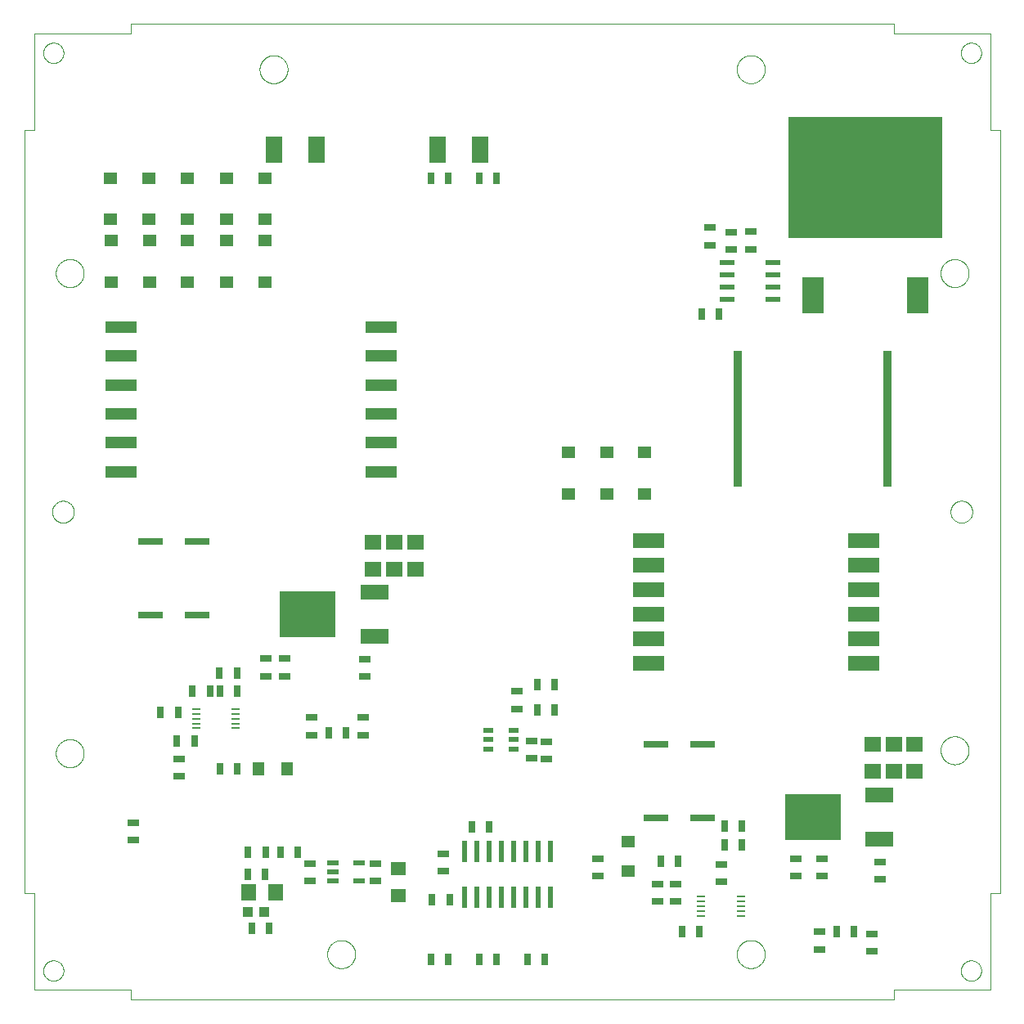
<source format=gtp>
G75*
%MOIN*%
%OFA0B0*%
%FSLAX25Y25*%
%IPPOS*%
%LPD*%
%AMOC8*
5,1,8,0,0,1.08239X$1,22.5*
%
%ADD10C,0.00000*%
%ADD11R,0.03150X0.04724*%
%ADD12R,0.05787X0.05000*%
%ADD13R,0.11811X0.06299*%
%ADD14R,0.22500X0.19000*%
%ADD15R,0.04724X0.03150*%
%ADD16R,0.07087X0.06299*%
%ADD17R,0.03445X0.00984*%
%ADD18R,0.13000X0.05000*%
%ADD19R,0.04724X0.05512*%
%ADD20R,0.13000X0.06000*%
%ADD21R,0.05512X0.04724*%
%ADD22R,0.04134X0.02362*%
%ADD23R,0.06102X0.02362*%
%ADD24R,0.04331X0.03937*%
%ADD25R,0.06299X0.07087*%
%ADD26R,0.10236X0.03150*%
%ADD27R,0.09134X0.15000*%
%ADD28R,0.62795X0.49409*%
%ADD29R,0.03543X0.55512*%
%ADD30R,0.02208X0.08583*%
%ADD31R,0.07087X0.10630*%
%ADD32R,0.04724X0.02362*%
%ADD33R,0.06299X0.05512*%
D10*
X0013611Y0013008D02*
X0052981Y0013008D01*
X0052981Y0009071D01*
X0364005Y0009071D01*
X0364005Y0013008D01*
X0403375Y0013008D01*
X0403375Y0052378D01*
X0407312Y0052378D01*
X0407312Y0363402D01*
X0403375Y0363402D01*
X0403375Y0402772D01*
X0364005Y0402772D01*
X0364005Y0406709D01*
X0052981Y0406709D01*
X0052981Y0402772D01*
X0013611Y0402772D01*
X0013611Y0363402D01*
X0009674Y0363402D01*
X0009674Y0052378D01*
X0013611Y0052378D01*
X0013611Y0013008D01*
X0017351Y0020882D02*
X0017353Y0021010D01*
X0017359Y0021138D01*
X0017369Y0021265D01*
X0017383Y0021393D01*
X0017400Y0021519D01*
X0017422Y0021645D01*
X0017448Y0021771D01*
X0017477Y0021895D01*
X0017510Y0022019D01*
X0017547Y0022141D01*
X0017588Y0022262D01*
X0017633Y0022382D01*
X0017681Y0022501D01*
X0017733Y0022618D01*
X0017789Y0022733D01*
X0017848Y0022847D01*
X0017910Y0022958D01*
X0017976Y0023068D01*
X0018045Y0023175D01*
X0018118Y0023281D01*
X0018194Y0023384D01*
X0018273Y0023484D01*
X0018355Y0023583D01*
X0018440Y0023678D01*
X0018528Y0023771D01*
X0018619Y0023861D01*
X0018712Y0023948D01*
X0018809Y0024033D01*
X0018907Y0024114D01*
X0019009Y0024192D01*
X0019112Y0024267D01*
X0019218Y0024339D01*
X0019326Y0024408D01*
X0019436Y0024473D01*
X0019549Y0024534D01*
X0019663Y0024593D01*
X0019778Y0024647D01*
X0019896Y0024698D01*
X0020014Y0024746D01*
X0020135Y0024789D01*
X0020256Y0024829D01*
X0020379Y0024865D01*
X0020503Y0024898D01*
X0020628Y0024926D01*
X0020753Y0024951D01*
X0020879Y0024971D01*
X0021006Y0024988D01*
X0021134Y0025001D01*
X0021261Y0025010D01*
X0021389Y0025015D01*
X0021517Y0025016D01*
X0021645Y0025013D01*
X0021773Y0025006D01*
X0021900Y0024995D01*
X0022027Y0024980D01*
X0022154Y0024962D01*
X0022280Y0024939D01*
X0022405Y0024912D01*
X0022529Y0024882D01*
X0022652Y0024848D01*
X0022775Y0024810D01*
X0022896Y0024768D01*
X0023015Y0024722D01*
X0023133Y0024673D01*
X0023250Y0024620D01*
X0023365Y0024564D01*
X0023478Y0024504D01*
X0023589Y0024441D01*
X0023698Y0024374D01*
X0023805Y0024304D01*
X0023910Y0024230D01*
X0024012Y0024154D01*
X0024112Y0024074D01*
X0024210Y0023991D01*
X0024305Y0023905D01*
X0024397Y0023816D01*
X0024486Y0023725D01*
X0024573Y0023631D01*
X0024656Y0023534D01*
X0024737Y0023434D01*
X0024814Y0023333D01*
X0024889Y0023228D01*
X0024960Y0023122D01*
X0025027Y0023013D01*
X0025092Y0022903D01*
X0025152Y0022790D01*
X0025210Y0022676D01*
X0025263Y0022560D01*
X0025313Y0022442D01*
X0025360Y0022323D01*
X0025403Y0022202D01*
X0025442Y0022080D01*
X0025477Y0021957D01*
X0025508Y0021833D01*
X0025536Y0021708D01*
X0025559Y0021582D01*
X0025579Y0021456D01*
X0025595Y0021329D01*
X0025607Y0021202D01*
X0025615Y0021074D01*
X0025619Y0020946D01*
X0025619Y0020818D01*
X0025615Y0020690D01*
X0025607Y0020562D01*
X0025595Y0020435D01*
X0025579Y0020308D01*
X0025559Y0020182D01*
X0025536Y0020056D01*
X0025508Y0019931D01*
X0025477Y0019807D01*
X0025442Y0019684D01*
X0025403Y0019562D01*
X0025360Y0019441D01*
X0025313Y0019322D01*
X0025263Y0019204D01*
X0025210Y0019088D01*
X0025152Y0018974D01*
X0025092Y0018861D01*
X0025027Y0018751D01*
X0024960Y0018642D01*
X0024889Y0018536D01*
X0024814Y0018431D01*
X0024737Y0018330D01*
X0024656Y0018230D01*
X0024573Y0018133D01*
X0024486Y0018039D01*
X0024397Y0017948D01*
X0024305Y0017859D01*
X0024210Y0017773D01*
X0024112Y0017690D01*
X0024012Y0017610D01*
X0023910Y0017534D01*
X0023805Y0017460D01*
X0023698Y0017390D01*
X0023589Y0017323D01*
X0023478Y0017260D01*
X0023365Y0017200D01*
X0023250Y0017144D01*
X0023133Y0017091D01*
X0023015Y0017042D01*
X0022896Y0016996D01*
X0022775Y0016954D01*
X0022652Y0016916D01*
X0022529Y0016882D01*
X0022405Y0016852D01*
X0022280Y0016825D01*
X0022154Y0016802D01*
X0022027Y0016784D01*
X0021900Y0016769D01*
X0021773Y0016758D01*
X0021645Y0016751D01*
X0021517Y0016748D01*
X0021389Y0016749D01*
X0021261Y0016754D01*
X0021134Y0016763D01*
X0021006Y0016776D01*
X0020879Y0016793D01*
X0020753Y0016813D01*
X0020628Y0016838D01*
X0020503Y0016866D01*
X0020379Y0016899D01*
X0020256Y0016935D01*
X0020135Y0016975D01*
X0020014Y0017018D01*
X0019896Y0017066D01*
X0019778Y0017117D01*
X0019663Y0017171D01*
X0019549Y0017230D01*
X0019436Y0017291D01*
X0019326Y0017356D01*
X0019218Y0017425D01*
X0019112Y0017497D01*
X0019009Y0017572D01*
X0018907Y0017650D01*
X0018809Y0017731D01*
X0018712Y0017816D01*
X0018619Y0017903D01*
X0018528Y0017993D01*
X0018440Y0018086D01*
X0018355Y0018181D01*
X0018273Y0018280D01*
X0018194Y0018380D01*
X0018118Y0018483D01*
X0018045Y0018589D01*
X0017976Y0018696D01*
X0017910Y0018806D01*
X0017848Y0018917D01*
X0017789Y0019031D01*
X0017733Y0019146D01*
X0017681Y0019263D01*
X0017633Y0019382D01*
X0017588Y0019502D01*
X0017547Y0019623D01*
X0017510Y0019745D01*
X0017477Y0019869D01*
X0017448Y0019993D01*
X0017422Y0020119D01*
X0017400Y0020245D01*
X0017383Y0020371D01*
X0017369Y0020499D01*
X0017359Y0020626D01*
X0017353Y0020754D01*
X0017351Y0020882D01*
X0022469Y0109465D02*
X0022471Y0109616D01*
X0022477Y0109766D01*
X0022487Y0109917D01*
X0022501Y0110067D01*
X0022519Y0110216D01*
X0022540Y0110366D01*
X0022566Y0110514D01*
X0022596Y0110662D01*
X0022629Y0110809D01*
X0022667Y0110955D01*
X0022708Y0111100D01*
X0022753Y0111244D01*
X0022802Y0111386D01*
X0022855Y0111527D01*
X0022911Y0111667D01*
X0022971Y0111805D01*
X0023034Y0111942D01*
X0023102Y0112077D01*
X0023172Y0112210D01*
X0023246Y0112341D01*
X0023324Y0112470D01*
X0023405Y0112597D01*
X0023489Y0112722D01*
X0023577Y0112845D01*
X0023668Y0112965D01*
X0023762Y0113083D01*
X0023859Y0113198D01*
X0023959Y0113311D01*
X0024062Y0113421D01*
X0024168Y0113528D01*
X0024277Y0113633D01*
X0024388Y0113734D01*
X0024502Y0113833D01*
X0024618Y0113928D01*
X0024738Y0114021D01*
X0024859Y0114110D01*
X0024983Y0114196D01*
X0025109Y0114279D01*
X0025237Y0114358D01*
X0025367Y0114434D01*
X0025499Y0114507D01*
X0025633Y0114575D01*
X0025769Y0114641D01*
X0025907Y0114703D01*
X0026046Y0114761D01*
X0026186Y0114815D01*
X0026328Y0114866D01*
X0026471Y0114913D01*
X0026616Y0114956D01*
X0026761Y0114995D01*
X0026908Y0115031D01*
X0027055Y0115062D01*
X0027203Y0115090D01*
X0027352Y0115114D01*
X0027501Y0115134D01*
X0027651Y0115150D01*
X0027801Y0115162D01*
X0027952Y0115170D01*
X0028103Y0115174D01*
X0028253Y0115174D01*
X0028404Y0115170D01*
X0028555Y0115162D01*
X0028705Y0115150D01*
X0028855Y0115134D01*
X0029004Y0115114D01*
X0029153Y0115090D01*
X0029301Y0115062D01*
X0029448Y0115031D01*
X0029595Y0114995D01*
X0029740Y0114956D01*
X0029885Y0114913D01*
X0030028Y0114866D01*
X0030170Y0114815D01*
X0030310Y0114761D01*
X0030449Y0114703D01*
X0030587Y0114641D01*
X0030723Y0114575D01*
X0030857Y0114507D01*
X0030989Y0114434D01*
X0031119Y0114358D01*
X0031247Y0114279D01*
X0031373Y0114196D01*
X0031497Y0114110D01*
X0031618Y0114021D01*
X0031738Y0113928D01*
X0031854Y0113833D01*
X0031968Y0113734D01*
X0032079Y0113633D01*
X0032188Y0113528D01*
X0032294Y0113421D01*
X0032397Y0113311D01*
X0032497Y0113198D01*
X0032594Y0113083D01*
X0032688Y0112965D01*
X0032779Y0112845D01*
X0032867Y0112722D01*
X0032951Y0112597D01*
X0033032Y0112470D01*
X0033110Y0112341D01*
X0033184Y0112210D01*
X0033254Y0112077D01*
X0033322Y0111942D01*
X0033385Y0111805D01*
X0033445Y0111667D01*
X0033501Y0111527D01*
X0033554Y0111386D01*
X0033603Y0111244D01*
X0033648Y0111100D01*
X0033689Y0110955D01*
X0033727Y0110809D01*
X0033760Y0110662D01*
X0033790Y0110514D01*
X0033816Y0110366D01*
X0033837Y0110216D01*
X0033855Y0110067D01*
X0033869Y0109917D01*
X0033879Y0109766D01*
X0033885Y0109616D01*
X0033887Y0109465D01*
X0033885Y0109314D01*
X0033879Y0109164D01*
X0033869Y0109013D01*
X0033855Y0108863D01*
X0033837Y0108714D01*
X0033816Y0108564D01*
X0033790Y0108416D01*
X0033760Y0108268D01*
X0033727Y0108121D01*
X0033689Y0107975D01*
X0033648Y0107830D01*
X0033603Y0107686D01*
X0033554Y0107544D01*
X0033501Y0107403D01*
X0033445Y0107263D01*
X0033385Y0107125D01*
X0033322Y0106988D01*
X0033254Y0106853D01*
X0033184Y0106720D01*
X0033110Y0106589D01*
X0033032Y0106460D01*
X0032951Y0106333D01*
X0032867Y0106208D01*
X0032779Y0106085D01*
X0032688Y0105965D01*
X0032594Y0105847D01*
X0032497Y0105732D01*
X0032397Y0105619D01*
X0032294Y0105509D01*
X0032188Y0105402D01*
X0032079Y0105297D01*
X0031968Y0105196D01*
X0031854Y0105097D01*
X0031738Y0105002D01*
X0031618Y0104909D01*
X0031497Y0104820D01*
X0031373Y0104734D01*
X0031247Y0104651D01*
X0031119Y0104572D01*
X0030989Y0104496D01*
X0030857Y0104423D01*
X0030723Y0104355D01*
X0030587Y0104289D01*
X0030449Y0104227D01*
X0030310Y0104169D01*
X0030170Y0104115D01*
X0030028Y0104064D01*
X0029885Y0104017D01*
X0029740Y0103974D01*
X0029595Y0103935D01*
X0029448Y0103899D01*
X0029301Y0103868D01*
X0029153Y0103840D01*
X0029004Y0103816D01*
X0028855Y0103796D01*
X0028705Y0103780D01*
X0028555Y0103768D01*
X0028404Y0103760D01*
X0028253Y0103756D01*
X0028103Y0103756D01*
X0027952Y0103760D01*
X0027801Y0103768D01*
X0027651Y0103780D01*
X0027501Y0103796D01*
X0027352Y0103816D01*
X0027203Y0103840D01*
X0027055Y0103868D01*
X0026908Y0103899D01*
X0026761Y0103935D01*
X0026616Y0103974D01*
X0026471Y0104017D01*
X0026328Y0104064D01*
X0026186Y0104115D01*
X0026046Y0104169D01*
X0025907Y0104227D01*
X0025769Y0104289D01*
X0025633Y0104355D01*
X0025499Y0104423D01*
X0025367Y0104496D01*
X0025237Y0104572D01*
X0025109Y0104651D01*
X0024983Y0104734D01*
X0024859Y0104820D01*
X0024738Y0104909D01*
X0024618Y0105002D01*
X0024502Y0105097D01*
X0024388Y0105196D01*
X0024277Y0105297D01*
X0024168Y0105402D01*
X0024062Y0105509D01*
X0023959Y0105619D01*
X0023859Y0105732D01*
X0023762Y0105847D01*
X0023668Y0105965D01*
X0023577Y0106085D01*
X0023489Y0106208D01*
X0023405Y0106333D01*
X0023324Y0106460D01*
X0023246Y0106589D01*
X0023172Y0106720D01*
X0023102Y0106853D01*
X0023034Y0106988D01*
X0022971Y0107125D01*
X0022911Y0107263D01*
X0022855Y0107403D01*
X0022802Y0107544D01*
X0022753Y0107686D01*
X0022708Y0107830D01*
X0022667Y0107975D01*
X0022629Y0108121D01*
X0022596Y0108268D01*
X0022566Y0108416D01*
X0022540Y0108564D01*
X0022519Y0108714D01*
X0022501Y0108863D01*
X0022487Y0109013D01*
X0022477Y0109164D01*
X0022471Y0109314D01*
X0022469Y0109465D01*
X0020973Y0207890D02*
X0020975Y0208023D01*
X0020981Y0208156D01*
X0020991Y0208289D01*
X0021005Y0208421D01*
X0021023Y0208553D01*
X0021044Y0208684D01*
X0021070Y0208815D01*
X0021100Y0208945D01*
X0021133Y0209074D01*
X0021171Y0209201D01*
X0021212Y0209328D01*
X0021257Y0209453D01*
X0021305Y0209577D01*
X0021358Y0209700D01*
X0021414Y0209820D01*
X0021473Y0209939D01*
X0021536Y0210057D01*
X0021603Y0210172D01*
X0021673Y0210285D01*
X0021746Y0210396D01*
X0021823Y0210505D01*
X0021903Y0210612D01*
X0021986Y0210716D01*
X0022072Y0210817D01*
X0022161Y0210916D01*
X0022253Y0211012D01*
X0022347Y0211106D01*
X0022445Y0211196D01*
X0022545Y0211284D01*
X0022648Y0211368D01*
X0022753Y0211450D01*
X0022861Y0211528D01*
X0022971Y0211603D01*
X0023083Y0211675D01*
X0023198Y0211743D01*
X0023314Y0211808D01*
X0023432Y0211869D01*
X0023552Y0211927D01*
X0023673Y0211981D01*
X0023797Y0212031D01*
X0023921Y0212078D01*
X0024047Y0212121D01*
X0024174Y0212160D01*
X0024303Y0212196D01*
X0024432Y0212227D01*
X0024562Y0212255D01*
X0024693Y0212279D01*
X0024825Y0212299D01*
X0024957Y0212315D01*
X0025090Y0212327D01*
X0025222Y0212335D01*
X0025355Y0212339D01*
X0025489Y0212339D01*
X0025622Y0212335D01*
X0025754Y0212327D01*
X0025887Y0212315D01*
X0026019Y0212299D01*
X0026151Y0212279D01*
X0026282Y0212255D01*
X0026412Y0212227D01*
X0026541Y0212196D01*
X0026670Y0212160D01*
X0026797Y0212121D01*
X0026923Y0212078D01*
X0027047Y0212031D01*
X0027171Y0211981D01*
X0027292Y0211927D01*
X0027412Y0211869D01*
X0027530Y0211808D01*
X0027647Y0211743D01*
X0027761Y0211675D01*
X0027873Y0211603D01*
X0027983Y0211528D01*
X0028091Y0211450D01*
X0028196Y0211368D01*
X0028299Y0211284D01*
X0028399Y0211196D01*
X0028497Y0211106D01*
X0028591Y0211012D01*
X0028683Y0210916D01*
X0028772Y0210817D01*
X0028858Y0210716D01*
X0028941Y0210612D01*
X0029021Y0210505D01*
X0029098Y0210396D01*
X0029171Y0210285D01*
X0029241Y0210172D01*
X0029308Y0210057D01*
X0029371Y0209939D01*
X0029430Y0209820D01*
X0029486Y0209700D01*
X0029539Y0209577D01*
X0029587Y0209453D01*
X0029632Y0209328D01*
X0029673Y0209201D01*
X0029711Y0209074D01*
X0029744Y0208945D01*
X0029774Y0208815D01*
X0029800Y0208684D01*
X0029821Y0208553D01*
X0029839Y0208421D01*
X0029853Y0208289D01*
X0029863Y0208156D01*
X0029869Y0208023D01*
X0029871Y0207890D01*
X0029869Y0207757D01*
X0029863Y0207624D01*
X0029853Y0207491D01*
X0029839Y0207359D01*
X0029821Y0207227D01*
X0029800Y0207096D01*
X0029774Y0206965D01*
X0029744Y0206835D01*
X0029711Y0206706D01*
X0029673Y0206579D01*
X0029632Y0206452D01*
X0029587Y0206327D01*
X0029539Y0206203D01*
X0029486Y0206080D01*
X0029430Y0205960D01*
X0029371Y0205841D01*
X0029308Y0205723D01*
X0029241Y0205608D01*
X0029171Y0205495D01*
X0029098Y0205384D01*
X0029021Y0205275D01*
X0028941Y0205168D01*
X0028858Y0205064D01*
X0028772Y0204963D01*
X0028683Y0204864D01*
X0028591Y0204768D01*
X0028497Y0204674D01*
X0028399Y0204584D01*
X0028299Y0204496D01*
X0028196Y0204412D01*
X0028091Y0204330D01*
X0027983Y0204252D01*
X0027873Y0204177D01*
X0027761Y0204105D01*
X0027646Y0204037D01*
X0027530Y0203972D01*
X0027412Y0203911D01*
X0027292Y0203853D01*
X0027171Y0203799D01*
X0027047Y0203749D01*
X0026923Y0203702D01*
X0026797Y0203659D01*
X0026670Y0203620D01*
X0026541Y0203584D01*
X0026412Y0203553D01*
X0026282Y0203525D01*
X0026151Y0203501D01*
X0026019Y0203481D01*
X0025887Y0203465D01*
X0025754Y0203453D01*
X0025622Y0203445D01*
X0025489Y0203441D01*
X0025355Y0203441D01*
X0025222Y0203445D01*
X0025090Y0203453D01*
X0024957Y0203465D01*
X0024825Y0203481D01*
X0024693Y0203501D01*
X0024562Y0203525D01*
X0024432Y0203553D01*
X0024303Y0203584D01*
X0024174Y0203620D01*
X0024047Y0203659D01*
X0023921Y0203702D01*
X0023797Y0203749D01*
X0023673Y0203799D01*
X0023552Y0203853D01*
X0023432Y0203911D01*
X0023314Y0203972D01*
X0023197Y0204037D01*
X0023083Y0204105D01*
X0022971Y0204177D01*
X0022861Y0204252D01*
X0022753Y0204330D01*
X0022648Y0204412D01*
X0022545Y0204496D01*
X0022445Y0204584D01*
X0022347Y0204674D01*
X0022253Y0204768D01*
X0022161Y0204864D01*
X0022072Y0204963D01*
X0021986Y0205064D01*
X0021903Y0205168D01*
X0021823Y0205275D01*
X0021746Y0205384D01*
X0021673Y0205495D01*
X0021603Y0205608D01*
X0021536Y0205723D01*
X0021473Y0205841D01*
X0021414Y0205960D01*
X0021358Y0206080D01*
X0021305Y0206203D01*
X0021257Y0206327D01*
X0021212Y0206452D01*
X0021171Y0206579D01*
X0021133Y0206706D01*
X0021100Y0206835D01*
X0021070Y0206965D01*
X0021044Y0207096D01*
X0021023Y0207227D01*
X0021005Y0207359D01*
X0020991Y0207491D01*
X0020981Y0207624D01*
X0020975Y0207757D01*
X0020973Y0207890D01*
X0022469Y0305134D02*
X0022471Y0305285D01*
X0022477Y0305435D01*
X0022487Y0305586D01*
X0022501Y0305736D01*
X0022519Y0305885D01*
X0022540Y0306035D01*
X0022566Y0306183D01*
X0022596Y0306331D01*
X0022629Y0306478D01*
X0022667Y0306624D01*
X0022708Y0306769D01*
X0022753Y0306913D01*
X0022802Y0307055D01*
X0022855Y0307196D01*
X0022911Y0307336D01*
X0022971Y0307474D01*
X0023034Y0307611D01*
X0023102Y0307746D01*
X0023172Y0307879D01*
X0023246Y0308010D01*
X0023324Y0308139D01*
X0023405Y0308266D01*
X0023489Y0308391D01*
X0023577Y0308514D01*
X0023668Y0308634D01*
X0023762Y0308752D01*
X0023859Y0308867D01*
X0023959Y0308980D01*
X0024062Y0309090D01*
X0024168Y0309197D01*
X0024277Y0309302D01*
X0024388Y0309403D01*
X0024502Y0309502D01*
X0024618Y0309597D01*
X0024738Y0309690D01*
X0024859Y0309779D01*
X0024983Y0309865D01*
X0025109Y0309948D01*
X0025237Y0310027D01*
X0025367Y0310103D01*
X0025499Y0310176D01*
X0025633Y0310244D01*
X0025769Y0310310D01*
X0025907Y0310372D01*
X0026046Y0310430D01*
X0026186Y0310484D01*
X0026328Y0310535D01*
X0026471Y0310582D01*
X0026616Y0310625D01*
X0026761Y0310664D01*
X0026908Y0310700D01*
X0027055Y0310731D01*
X0027203Y0310759D01*
X0027352Y0310783D01*
X0027501Y0310803D01*
X0027651Y0310819D01*
X0027801Y0310831D01*
X0027952Y0310839D01*
X0028103Y0310843D01*
X0028253Y0310843D01*
X0028404Y0310839D01*
X0028555Y0310831D01*
X0028705Y0310819D01*
X0028855Y0310803D01*
X0029004Y0310783D01*
X0029153Y0310759D01*
X0029301Y0310731D01*
X0029448Y0310700D01*
X0029595Y0310664D01*
X0029740Y0310625D01*
X0029885Y0310582D01*
X0030028Y0310535D01*
X0030170Y0310484D01*
X0030310Y0310430D01*
X0030449Y0310372D01*
X0030587Y0310310D01*
X0030723Y0310244D01*
X0030857Y0310176D01*
X0030989Y0310103D01*
X0031119Y0310027D01*
X0031247Y0309948D01*
X0031373Y0309865D01*
X0031497Y0309779D01*
X0031618Y0309690D01*
X0031738Y0309597D01*
X0031854Y0309502D01*
X0031968Y0309403D01*
X0032079Y0309302D01*
X0032188Y0309197D01*
X0032294Y0309090D01*
X0032397Y0308980D01*
X0032497Y0308867D01*
X0032594Y0308752D01*
X0032688Y0308634D01*
X0032779Y0308514D01*
X0032867Y0308391D01*
X0032951Y0308266D01*
X0033032Y0308139D01*
X0033110Y0308010D01*
X0033184Y0307879D01*
X0033254Y0307746D01*
X0033322Y0307611D01*
X0033385Y0307474D01*
X0033445Y0307336D01*
X0033501Y0307196D01*
X0033554Y0307055D01*
X0033603Y0306913D01*
X0033648Y0306769D01*
X0033689Y0306624D01*
X0033727Y0306478D01*
X0033760Y0306331D01*
X0033790Y0306183D01*
X0033816Y0306035D01*
X0033837Y0305885D01*
X0033855Y0305736D01*
X0033869Y0305586D01*
X0033879Y0305435D01*
X0033885Y0305285D01*
X0033887Y0305134D01*
X0033885Y0304983D01*
X0033879Y0304833D01*
X0033869Y0304682D01*
X0033855Y0304532D01*
X0033837Y0304383D01*
X0033816Y0304233D01*
X0033790Y0304085D01*
X0033760Y0303937D01*
X0033727Y0303790D01*
X0033689Y0303644D01*
X0033648Y0303499D01*
X0033603Y0303355D01*
X0033554Y0303213D01*
X0033501Y0303072D01*
X0033445Y0302932D01*
X0033385Y0302794D01*
X0033322Y0302657D01*
X0033254Y0302522D01*
X0033184Y0302389D01*
X0033110Y0302258D01*
X0033032Y0302129D01*
X0032951Y0302002D01*
X0032867Y0301877D01*
X0032779Y0301754D01*
X0032688Y0301634D01*
X0032594Y0301516D01*
X0032497Y0301401D01*
X0032397Y0301288D01*
X0032294Y0301178D01*
X0032188Y0301071D01*
X0032079Y0300966D01*
X0031968Y0300865D01*
X0031854Y0300766D01*
X0031738Y0300671D01*
X0031618Y0300578D01*
X0031497Y0300489D01*
X0031373Y0300403D01*
X0031247Y0300320D01*
X0031119Y0300241D01*
X0030989Y0300165D01*
X0030857Y0300092D01*
X0030723Y0300024D01*
X0030587Y0299958D01*
X0030449Y0299896D01*
X0030310Y0299838D01*
X0030170Y0299784D01*
X0030028Y0299733D01*
X0029885Y0299686D01*
X0029740Y0299643D01*
X0029595Y0299604D01*
X0029448Y0299568D01*
X0029301Y0299537D01*
X0029153Y0299509D01*
X0029004Y0299485D01*
X0028855Y0299465D01*
X0028705Y0299449D01*
X0028555Y0299437D01*
X0028404Y0299429D01*
X0028253Y0299425D01*
X0028103Y0299425D01*
X0027952Y0299429D01*
X0027801Y0299437D01*
X0027651Y0299449D01*
X0027501Y0299465D01*
X0027352Y0299485D01*
X0027203Y0299509D01*
X0027055Y0299537D01*
X0026908Y0299568D01*
X0026761Y0299604D01*
X0026616Y0299643D01*
X0026471Y0299686D01*
X0026328Y0299733D01*
X0026186Y0299784D01*
X0026046Y0299838D01*
X0025907Y0299896D01*
X0025769Y0299958D01*
X0025633Y0300024D01*
X0025499Y0300092D01*
X0025367Y0300165D01*
X0025237Y0300241D01*
X0025109Y0300320D01*
X0024983Y0300403D01*
X0024859Y0300489D01*
X0024738Y0300578D01*
X0024618Y0300671D01*
X0024502Y0300766D01*
X0024388Y0300865D01*
X0024277Y0300966D01*
X0024168Y0301071D01*
X0024062Y0301178D01*
X0023959Y0301288D01*
X0023859Y0301401D01*
X0023762Y0301516D01*
X0023668Y0301634D01*
X0023577Y0301754D01*
X0023489Y0301877D01*
X0023405Y0302002D01*
X0023324Y0302129D01*
X0023246Y0302258D01*
X0023172Y0302389D01*
X0023102Y0302522D01*
X0023034Y0302657D01*
X0022971Y0302794D01*
X0022911Y0302932D01*
X0022855Y0303072D01*
X0022802Y0303213D01*
X0022753Y0303355D01*
X0022708Y0303499D01*
X0022667Y0303644D01*
X0022629Y0303790D01*
X0022596Y0303937D01*
X0022566Y0304085D01*
X0022540Y0304233D01*
X0022519Y0304383D01*
X0022501Y0304532D01*
X0022487Y0304682D01*
X0022477Y0304833D01*
X0022471Y0304983D01*
X0022469Y0305134D01*
X0105540Y0388205D02*
X0105542Y0388356D01*
X0105548Y0388506D01*
X0105558Y0388657D01*
X0105572Y0388807D01*
X0105590Y0388956D01*
X0105611Y0389106D01*
X0105637Y0389254D01*
X0105667Y0389402D01*
X0105700Y0389549D01*
X0105738Y0389695D01*
X0105779Y0389840D01*
X0105824Y0389984D01*
X0105873Y0390126D01*
X0105926Y0390267D01*
X0105982Y0390407D01*
X0106042Y0390545D01*
X0106105Y0390682D01*
X0106173Y0390817D01*
X0106243Y0390950D01*
X0106317Y0391081D01*
X0106395Y0391210D01*
X0106476Y0391337D01*
X0106560Y0391462D01*
X0106648Y0391585D01*
X0106739Y0391705D01*
X0106833Y0391823D01*
X0106930Y0391938D01*
X0107030Y0392051D01*
X0107133Y0392161D01*
X0107239Y0392268D01*
X0107348Y0392373D01*
X0107459Y0392474D01*
X0107573Y0392573D01*
X0107689Y0392668D01*
X0107809Y0392761D01*
X0107930Y0392850D01*
X0108054Y0392936D01*
X0108180Y0393019D01*
X0108308Y0393098D01*
X0108438Y0393174D01*
X0108570Y0393247D01*
X0108704Y0393315D01*
X0108840Y0393381D01*
X0108978Y0393443D01*
X0109117Y0393501D01*
X0109257Y0393555D01*
X0109399Y0393606D01*
X0109542Y0393653D01*
X0109687Y0393696D01*
X0109832Y0393735D01*
X0109979Y0393771D01*
X0110126Y0393802D01*
X0110274Y0393830D01*
X0110423Y0393854D01*
X0110572Y0393874D01*
X0110722Y0393890D01*
X0110872Y0393902D01*
X0111023Y0393910D01*
X0111174Y0393914D01*
X0111324Y0393914D01*
X0111475Y0393910D01*
X0111626Y0393902D01*
X0111776Y0393890D01*
X0111926Y0393874D01*
X0112075Y0393854D01*
X0112224Y0393830D01*
X0112372Y0393802D01*
X0112519Y0393771D01*
X0112666Y0393735D01*
X0112811Y0393696D01*
X0112956Y0393653D01*
X0113099Y0393606D01*
X0113241Y0393555D01*
X0113381Y0393501D01*
X0113520Y0393443D01*
X0113658Y0393381D01*
X0113794Y0393315D01*
X0113928Y0393247D01*
X0114060Y0393174D01*
X0114190Y0393098D01*
X0114318Y0393019D01*
X0114444Y0392936D01*
X0114568Y0392850D01*
X0114689Y0392761D01*
X0114809Y0392668D01*
X0114925Y0392573D01*
X0115039Y0392474D01*
X0115150Y0392373D01*
X0115259Y0392268D01*
X0115365Y0392161D01*
X0115468Y0392051D01*
X0115568Y0391938D01*
X0115665Y0391823D01*
X0115759Y0391705D01*
X0115850Y0391585D01*
X0115938Y0391462D01*
X0116022Y0391337D01*
X0116103Y0391210D01*
X0116181Y0391081D01*
X0116255Y0390950D01*
X0116325Y0390817D01*
X0116393Y0390682D01*
X0116456Y0390545D01*
X0116516Y0390407D01*
X0116572Y0390267D01*
X0116625Y0390126D01*
X0116674Y0389984D01*
X0116719Y0389840D01*
X0116760Y0389695D01*
X0116798Y0389549D01*
X0116831Y0389402D01*
X0116861Y0389254D01*
X0116887Y0389106D01*
X0116908Y0388956D01*
X0116926Y0388807D01*
X0116940Y0388657D01*
X0116950Y0388506D01*
X0116956Y0388356D01*
X0116958Y0388205D01*
X0116956Y0388054D01*
X0116950Y0387904D01*
X0116940Y0387753D01*
X0116926Y0387603D01*
X0116908Y0387454D01*
X0116887Y0387304D01*
X0116861Y0387156D01*
X0116831Y0387008D01*
X0116798Y0386861D01*
X0116760Y0386715D01*
X0116719Y0386570D01*
X0116674Y0386426D01*
X0116625Y0386284D01*
X0116572Y0386143D01*
X0116516Y0386003D01*
X0116456Y0385865D01*
X0116393Y0385728D01*
X0116325Y0385593D01*
X0116255Y0385460D01*
X0116181Y0385329D01*
X0116103Y0385200D01*
X0116022Y0385073D01*
X0115938Y0384948D01*
X0115850Y0384825D01*
X0115759Y0384705D01*
X0115665Y0384587D01*
X0115568Y0384472D01*
X0115468Y0384359D01*
X0115365Y0384249D01*
X0115259Y0384142D01*
X0115150Y0384037D01*
X0115039Y0383936D01*
X0114925Y0383837D01*
X0114809Y0383742D01*
X0114689Y0383649D01*
X0114568Y0383560D01*
X0114444Y0383474D01*
X0114318Y0383391D01*
X0114190Y0383312D01*
X0114060Y0383236D01*
X0113928Y0383163D01*
X0113794Y0383095D01*
X0113658Y0383029D01*
X0113520Y0382967D01*
X0113381Y0382909D01*
X0113241Y0382855D01*
X0113099Y0382804D01*
X0112956Y0382757D01*
X0112811Y0382714D01*
X0112666Y0382675D01*
X0112519Y0382639D01*
X0112372Y0382608D01*
X0112224Y0382580D01*
X0112075Y0382556D01*
X0111926Y0382536D01*
X0111776Y0382520D01*
X0111626Y0382508D01*
X0111475Y0382500D01*
X0111324Y0382496D01*
X0111174Y0382496D01*
X0111023Y0382500D01*
X0110872Y0382508D01*
X0110722Y0382520D01*
X0110572Y0382536D01*
X0110423Y0382556D01*
X0110274Y0382580D01*
X0110126Y0382608D01*
X0109979Y0382639D01*
X0109832Y0382675D01*
X0109687Y0382714D01*
X0109542Y0382757D01*
X0109399Y0382804D01*
X0109257Y0382855D01*
X0109117Y0382909D01*
X0108978Y0382967D01*
X0108840Y0383029D01*
X0108704Y0383095D01*
X0108570Y0383163D01*
X0108438Y0383236D01*
X0108308Y0383312D01*
X0108180Y0383391D01*
X0108054Y0383474D01*
X0107930Y0383560D01*
X0107809Y0383649D01*
X0107689Y0383742D01*
X0107573Y0383837D01*
X0107459Y0383936D01*
X0107348Y0384037D01*
X0107239Y0384142D01*
X0107133Y0384249D01*
X0107030Y0384359D01*
X0106930Y0384472D01*
X0106833Y0384587D01*
X0106739Y0384705D01*
X0106648Y0384825D01*
X0106560Y0384948D01*
X0106476Y0385073D01*
X0106395Y0385200D01*
X0106317Y0385329D01*
X0106243Y0385460D01*
X0106173Y0385593D01*
X0106105Y0385728D01*
X0106042Y0385865D01*
X0105982Y0386003D01*
X0105926Y0386143D01*
X0105873Y0386284D01*
X0105824Y0386426D01*
X0105779Y0386570D01*
X0105738Y0386715D01*
X0105700Y0386861D01*
X0105667Y0387008D01*
X0105637Y0387156D01*
X0105611Y0387304D01*
X0105590Y0387454D01*
X0105572Y0387603D01*
X0105558Y0387753D01*
X0105548Y0387904D01*
X0105542Y0388054D01*
X0105540Y0388205D01*
X0017351Y0394898D02*
X0017353Y0395026D01*
X0017359Y0395154D01*
X0017369Y0395281D01*
X0017383Y0395409D01*
X0017400Y0395535D01*
X0017422Y0395661D01*
X0017448Y0395787D01*
X0017477Y0395911D01*
X0017510Y0396035D01*
X0017547Y0396157D01*
X0017588Y0396278D01*
X0017633Y0396398D01*
X0017681Y0396517D01*
X0017733Y0396634D01*
X0017789Y0396749D01*
X0017848Y0396863D01*
X0017910Y0396974D01*
X0017976Y0397084D01*
X0018045Y0397191D01*
X0018118Y0397297D01*
X0018194Y0397400D01*
X0018273Y0397500D01*
X0018355Y0397599D01*
X0018440Y0397694D01*
X0018528Y0397787D01*
X0018619Y0397877D01*
X0018712Y0397964D01*
X0018809Y0398049D01*
X0018907Y0398130D01*
X0019009Y0398208D01*
X0019112Y0398283D01*
X0019218Y0398355D01*
X0019326Y0398424D01*
X0019436Y0398489D01*
X0019549Y0398550D01*
X0019663Y0398609D01*
X0019778Y0398663D01*
X0019896Y0398714D01*
X0020014Y0398762D01*
X0020135Y0398805D01*
X0020256Y0398845D01*
X0020379Y0398881D01*
X0020503Y0398914D01*
X0020628Y0398942D01*
X0020753Y0398967D01*
X0020879Y0398987D01*
X0021006Y0399004D01*
X0021134Y0399017D01*
X0021261Y0399026D01*
X0021389Y0399031D01*
X0021517Y0399032D01*
X0021645Y0399029D01*
X0021773Y0399022D01*
X0021900Y0399011D01*
X0022027Y0398996D01*
X0022154Y0398978D01*
X0022280Y0398955D01*
X0022405Y0398928D01*
X0022529Y0398898D01*
X0022652Y0398864D01*
X0022775Y0398826D01*
X0022896Y0398784D01*
X0023015Y0398738D01*
X0023133Y0398689D01*
X0023250Y0398636D01*
X0023365Y0398580D01*
X0023478Y0398520D01*
X0023589Y0398457D01*
X0023698Y0398390D01*
X0023805Y0398320D01*
X0023910Y0398246D01*
X0024012Y0398170D01*
X0024112Y0398090D01*
X0024210Y0398007D01*
X0024305Y0397921D01*
X0024397Y0397832D01*
X0024486Y0397741D01*
X0024573Y0397647D01*
X0024656Y0397550D01*
X0024737Y0397450D01*
X0024814Y0397349D01*
X0024889Y0397244D01*
X0024960Y0397138D01*
X0025027Y0397029D01*
X0025092Y0396919D01*
X0025152Y0396806D01*
X0025210Y0396692D01*
X0025263Y0396576D01*
X0025313Y0396458D01*
X0025360Y0396339D01*
X0025403Y0396218D01*
X0025442Y0396096D01*
X0025477Y0395973D01*
X0025508Y0395849D01*
X0025536Y0395724D01*
X0025559Y0395598D01*
X0025579Y0395472D01*
X0025595Y0395345D01*
X0025607Y0395218D01*
X0025615Y0395090D01*
X0025619Y0394962D01*
X0025619Y0394834D01*
X0025615Y0394706D01*
X0025607Y0394578D01*
X0025595Y0394451D01*
X0025579Y0394324D01*
X0025559Y0394198D01*
X0025536Y0394072D01*
X0025508Y0393947D01*
X0025477Y0393823D01*
X0025442Y0393700D01*
X0025403Y0393578D01*
X0025360Y0393457D01*
X0025313Y0393338D01*
X0025263Y0393220D01*
X0025210Y0393104D01*
X0025152Y0392990D01*
X0025092Y0392877D01*
X0025027Y0392767D01*
X0024960Y0392658D01*
X0024889Y0392552D01*
X0024814Y0392447D01*
X0024737Y0392346D01*
X0024656Y0392246D01*
X0024573Y0392149D01*
X0024486Y0392055D01*
X0024397Y0391964D01*
X0024305Y0391875D01*
X0024210Y0391789D01*
X0024112Y0391706D01*
X0024012Y0391626D01*
X0023910Y0391550D01*
X0023805Y0391476D01*
X0023698Y0391406D01*
X0023589Y0391339D01*
X0023478Y0391276D01*
X0023365Y0391216D01*
X0023250Y0391160D01*
X0023133Y0391107D01*
X0023015Y0391058D01*
X0022896Y0391012D01*
X0022775Y0390970D01*
X0022652Y0390932D01*
X0022529Y0390898D01*
X0022405Y0390868D01*
X0022280Y0390841D01*
X0022154Y0390818D01*
X0022027Y0390800D01*
X0021900Y0390785D01*
X0021773Y0390774D01*
X0021645Y0390767D01*
X0021517Y0390764D01*
X0021389Y0390765D01*
X0021261Y0390770D01*
X0021134Y0390779D01*
X0021006Y0390792D01*
X0020879Y0390809D01*
X0020753Y0390829D01*
X0020628Y0390854D01*
X0020503Y0390882D01*
X0020379Y0390915D01*
X0020256Y0390951D01*
X0020135Y0390991D01*
X0020014Y0391034D01*
X0019896Y0391082D01*
X0019778Y0391133D01*
X0019663Y0391187D01*
X0019549Y0391246D01*
X0019436Y0391307D01*
X0019326Y0391372D01*
X0019218Y0391441D01*
X0019112Y0391513D01*
X0019009Y0391588D01*
X0018907Y0391666D01*
X0018809Y0391747D01*
X0018712Y0391832D01*
X0018619Y0391919D01*
X0018528Y0392009D01*
X0018440Y0392102D01*
X0018355Y0392197D01*
X0018273Y0392296D01*
X0018194Y0392396D01*
X0018118Y0392499D01*
X0018045Y0392605D01*
X0017976Y0392712D01*
X0017910Y0392822D01*
X0017848Y0392933D01*
X0017789Y0393047D01*
X0017733Y0393162D01*
X0017681Y0393279D01*
X0017633Y0393398D01*
X0017588Y0393518D01*
X0017547Y0393639D01*
X0017510Y0393761D01*
X0017477Y0393885D01*
X0017448Y0394009D01*
X0017422Y0394135D01*
X0017400Y0394261D01*
X0017383Y0394387D01*
X0017369Y0394515D01*
X0017359Y0394642D01*
X0017353Y0394770D01*
X0017351Y0394898D01*
X0300028Y0388205D02*
X0300030Y0388356D01*
X0300036Y0388506D01*
X0300046Y0388657D01*
X0300060Y0388807D01*
X0300078Y0388956D01*
X0300099Y0389106D01*
X0300125Y0389254D01*
X0300155Y0389402D01*
X0300188Y0389549D01*
X0300226Y0389695D01*
X0300267Y0389840D01*
X0300312Y0389984D01*
X0300361Y0390126D01*
X0300414Y0390267D01*
X0300470Y0390407D01*
X0300530Y0390545D01*
X0300593Y0390682D01*
X0300661Y0390817D01*
X0300731Y0390950D01*
X0300805Y0391081D01*
X0300883Y0391210D01*
X0300964Y0391337D01*
X0301048Y0391462D01*
X0301136Y0391585D01*
X0301227Y0391705D01*
X0301321Y0391823D01*
X0301418Y0391938D01*
X0301518Y0392051D01*
X0301621Y0392161D01*
X0301727Y0392268D01*
X0301836Y0392373D01*
X0301947Y0392474D01*
X0302061Y0392573D01*
X0302177Y0392668D01*
X0302297Y0392761D01*
X0302418Y0392850D01*
X0302542Y0392936D01*
X0302668Y0393019D01*
X0302796Y0393098D01*
X0302926Y0393174D01*
X0303058Y0393247D01*
X0303192Y0393315D01*
X0303328Y0393381D01*
X0303466Y0393443D01*
X0303605Y0393501D01*
X0303745Y0393555D01*
X0303887Y0393606D01*
X0304030Y0393653D01*
X0304175Y0393696D01*
X0304320Y0393735D01*
X0304467Y0393771D01*
X0304614Y0393802D01*
X0304762Y0393830D01*
X0304911Y0393854D01*
X0305060Y0393874D01*
X0305210Y0393890D01*
X0305360Y0393902D01*
X0305511Y0393910D01*
X0305662Y0393914D01*
X0305812Y0393914D01*
X0305963Y0393910D01*
X0306114Y0393902D01*
X0306264Y0393890D01*
X0306414Y0393874D01*
X0306563Y0393854D01*
X0306712Y0393830D01*
X0306860Y0393802D01*
X0307007Y0393771D01*
X0307154Y0393735D01*
X0307299Y0393696D01*
X0307444Y0393653D01*
X0307587Y0393606D01*
X0307729Y0393555D01*
X0307869Y0393501D01*
X0308008Y0393443D01*
X0308146Y0393381D01*
X0308282Y0393315D01*
X0308416Y0393247D01*
X0308548Y0393174D01*
X0308678Y0393098D01*
X0308806Y0393019D01*
X0308932Y0392936D01*
X0309056Y0392850D01*
X0309177Y0392761D01*
X0309297Y0392668D01*
X0309413Y0392573D01*
X0309527Y0392474D01*
X0309638Y0392373D01*
X0309747Y0392268D01*
X0309853Y0392161D01*
X0309956Y0392051D01*
X0310056Y0391938D01*
X0310153Y0391823D01*
X0310247Y0391705D01*
X0310338Y0391585D01*
X0310426Y0391462D01*
X0310510Y0391337D01*
X0310591Y0391210D01*
X0310669Y0391081D01*
X0310743Y0390950D01*
X0310813Y0390817D01*
X0310881Y0390682D01*
X0310944Y0390545D01*
X0311004Y0390407D01*
X0311060Y0390267D01*
X0311113Y0390126D01*
X0311162Y0389984D01*
X0311207Y0389840D01*
X0311248Y0389695D01*
X0311286Y0389549D01*
X0311319Y0389402D01*
X0311349Y0389254D01*
X0311375Y0389106D01*
X0311396Y0388956D01*
X0311414Y0388807D01*
X0311428Y0388657D01*
X0311438Y0388506D01*
X0311444Y0388356D01*
X0311446Y0388205D01*
X0311444Y0388054D01*
X0311438Y0387904D01*
X0311428Y0387753D01*
X0311414Y0387603D01*
X0311396Y0387454D01*
X0311375Y0387304D01*
X0311349Y0387156D01*
X0311319Y0387008D01*
X0311286Y0386861D01*
X0311248Y0386715D01*
X0311207Y0386570D01*
X0311162Y0386426D01*
X0311113Y0386284D01*
X0311060Y0386143D01*
X0311004Y0386003D01*
X0310944Y0385865D01*
X0310881Y0385728D01*
X0310813Y0385593D01*
X0310743Y0385460D01*
X0310669Y0385329D01*
X0310591Y0385200D01*
X0310510Y0385073D01*
X0310426Y0384948D01*
X0310338Y0384825D01*
X0310247Y0384705D01*
X0310153Y0384587D01*
X0310056Y0384472D01*
X0309956Y0384359D01*
X0309853Y0384249D01*
X0309747Y0384142D01*
X0309638Y0384037D01*
X0309527Y0383936D01*
X0309413Y0383837D01*
X0309297Y0383742D01*
X0309177Y0383649D01*
X0309056Y0383560D01*
X0308932Y0383474D01*
X0308806Y0383391D01*
X0308678Y0383312D01*
X0308548Y0383236D01*
X0308416Y0383163D01*
X0308282Y0383095D01*
X0308146Y0383029D01*
X0308008Y0382967D01*
X0307869Y0382909D01*
X0307729Y0382855D01*
X0307587Y0382804D01*
X0307444Y0382757D01*
X0307299Y0382714D01*
X0307154Y0382675D01*
X0307007Y0382639D01*
X0306860Y0382608D01*
X0306712Y0382580D01*
X0306563Y0382556D01*
X0306414Y0382536D01*
X0306264Y0382520D01*
X0306114Y0382508D01*
X0305963Y0382500D01*
X0305812Y0382496D01*
X0305662Y0382496D01*
X0305511Y0382500D01*
X0305360Y0382508D01*
X0305210Y0382520D01*
X0305060Y0382536D01*
X0304911Y0382556D01*
X0304762Y0382580D01*
X0304614Y0382608D01*
X0304467Y0382639D01*
X0304320Y0382675D01*
X0304175Y0382714D01*
X0304030Y0382757D01*
X0303887Y0382804D01*
X0303745Y0382855D01*
X0303605Y0382909D01*
X0303466Y0382967D01*
X0303328Y0383029D01*
X0303192Y0383095D01*
X0303058Y0383163D01*
X0302926Y0383236D01*
X0302796Y0383312D01*
X0302668Y0383391D01*
X0302542Y0383474D01*
X0302418Y0383560D01*
X0302297Y0383649D01*
X0302177Y0383742D01*
X0302061Y0383837D01*
X0301947Y0383936D01*
X0301836Y0384037D01*
X0301727Y0384142D01*
X0301621Y0384249D01*
X0301518Y0384359D01*
X0301418Y0384472D01*
X0301321Y0384587D01*
X0301227Y0384705D01*
X0301136Y0384825D01*
X0301048Y0384948D01*
X0300964Y0385073D01*
X0300883Y0385200D01*
X0300805Y0385329D01*
X0300731Y0385460D01*
X0300661Y0385593D01*
X0300593Y0385728D01*
X0300530Y0385865D01*
X0300470Y0386003D01*
X0300414Y0386143D01*
X0300361Y0386284D01*
X0300312Y0386426D01*
X0300267Y0386570D01*
X0300226Y0386715D01*
X0300188Y0386861D01*
X0300155Y0387008D01*
X0300125Y0387156D01*
X0300099Y0387304D01*
X0300078Y0387454D01*
X0300060Y0387603D01*
X0300046Y0387753D01*
X0300036Y0387904D01*
X0300030Y0388054D01*
X0300028Y0388205D01*
X0383099Y0305134D02*
X0383101Y0305285D01*
X0383107Y0305435D01*
X0383117Y0305586D01*
X0383131Y0305736D01*
X0383149Y0305885D01*
X0383170Y0306035D01*
X0383196Y0306183D01*
X0383226Y0306331D01*
X0383259Y0306478D01*
X0383297Y0306624D01*
X0383338Y0306769D01*
X0383383Y0306913D01*
X0383432Y0307055D01*
X0383485Y0307196D01*
X0383541Y0307336D01*
X0383601Y0307474D01*
X0383664Y0307611D01*
X0383732Y0307746D01*
X0383802Y0307879D01*
X0383876Y0308010D01*
X0383954Y0308139D01*
X0384035Y0308266D01*
X0384119Y0308391D01*
X0384207Y0308514D01*
X0384298Y0308634D01*
X0384392Y0308752D01*
X0384489Y0308867D01*
X0384589Y0308980D01*
X0384692Y0309090D01*
X0384798Y0309197D01*
X0384907Y0309302D01*
X0385018Y0309403D01*
X0385132Y0309502D01*
X0385248Y0309597D01*
X0385368Y0309690D01*
X0385489Y0309779D01*
X0385613Y0309865D01*
X0385739Y0309948D01*
X0385867Y0310027D01*
X0385997Y0310103D01*
X0386129Y0310176D01*
X0386263Y0310244D01*
X0386399Y0310310D01*
X0386537Y0310372D01*
X0386676Y0310430D01*
X0386816Y0310484D01*
X0386958Y0310535D01*
X0387101Y0310582D01*
X0387246Y0310625D01*
X0387391Y0310664D01*
X0387538Y0310700D01*
X0387685Y0310731D01*
X0387833Y0310759D01*
X0387982Y0310783D01*
X0388131Y0310803D01*
X0388281Y0310819D01*
X0388431Y0310831D01*
X0388582Y0310839D01*
X0388733Y0310843D01*
X0388883Y0310843D01*
X0389034Y0310839D01*
X0389185Y0310831D01*
X0389335Y0310819D01*
X0389485Y0310803D01*
X0389634Y0310783D01*
X0389783Y0310759D01*
X0389931Y0310731D01*
X0390078Y0310700D01*
X0390225Y0310664D01*
X0390370Y0310625D01*
X0390515Y0310582D01*
X0390658Y0310535D01*
X0390800Y0310484D01*
X0390940Y0310430D01*
X0391079Y0310372D01*
X0391217Y0310310D01*
X0391353Y0310244D01*
X0391487Y0310176D01*
X0391619Y0310103D01*
X0391749Y0310027D01*
X0391877Y0309948D01*
X0392003Y0309865D01*
X0392127Y0309779D01*
X0392248Y0309690D01*
X0392368Y0309597D01*
X0392484Y0309502D01*
X0392598Y0309403D01*
X0392709Y0309302D01*
X0392818Y0309197D01*
X0392924Y0309090D01*
X0393027Y0308980D01*
X0393127Y0308867D01*
X0393224Y0308752D01*
X0393318Y0308634D01*
X0393409Y0308514D01*
X0393497Y0308391D01*
X0393581Y0308266D01*
X0393662Y0308139D01*
X0393740Y0308010D01*
X0393814Y0307879D01*
X0393884Y0307746D01*
X0393952Y0307611D01*
X0394015Y0307474D01*
X0394075Y0307336D01*
X0394131Y0307196D01*
X0394184Y0307055D01*
X0394233Y0306913D01*
X0394278Y0306769D01*
X0394319Y0306624D01*
X0394357Y0306478D01*
X0394390Y0306331D01*
X0394420Y0306183D01*
X0394446Y0306035D01*
X0394467Y0305885D01*
X0394485Y0305736D01*
X0394499Y0305586D01*
X0394509Y0305435D01*
X0394515Y0305285D01*
X0394517Y0305134D01*
X0394515Y0304983D01*
X0394509Y0304833D01*
X0394499Y0304682D01*
X0394485Y0304532D01*
X0394467Y0304383D01*
X0394446Y0304233D01*
X0394420Y0304085D01*
X0394390Y0303937D01*
X0394357Y0303790D01*
X0394319Y0303644D01*
X0394278Y0303499D01*
X0394233Y0303355D01*
X0394184Y0303213D01*
X0394131Y0303072D01*
X0394075Y0302932D01*
X0394015Y0302794D01*
X0393952Y0302657D01*
X0393884Y0302522D01*
X0393814Y0302389D01*
X0393740Y0302258D01*
X0393662Y0302129D01*
X0393581Y0302002D01*
X0393497Y0301877D01*
X0393409Y0301754D01*
X0393318Y0301634D01*
X0393224Y0301516D01*
X0393127Y0301401D01*
X0393027Y0301288D01*
X0392924Y0301178D01*
X0392818Y0301071D01*
X0392709Y0300966D01*
X0392598Y0300865D01*
X0392484Y0300766D01*
X0392368Y0300671D01*
X0392248Y0300578D01*
X0392127Y0300489D01*
X0392003Y0300403D01*
X0391877Y0300320D01*
X0391749Y0300241D01*
X0391619Y0300165D01*
X0391487Y0300092D01*
X0391353Y0300024D01*
X0391217Y0299958D01*
X0391079Y0299896D01*
X0390940Y0299838D01*
X0390800Y0299784D01*
X0390658Y0299733D01*
X0390515Y0299686D01*
X0390370Y0299643D01*
X0390225Y0299604D01*
X0390078Y0299568D01*
X0389931Y0299537D01*
X0389783Y0299509D01*
X0389634Y0299485D01*
X0389485Y0299465D01*
X0389335Y0299449D01*
X0389185Y0299437D01*
X0389034Y0299429D01*
X0388883Y0299425D01*
X0388733Y0299425D01*
X0388582Y0299429D01*
X0388431Y0299437D01*
X0388281Y0299449D01*
X0388131Y0299465D01*
X0387982Y0299485D01*
X0387833Y0299509D01*
X0387685Y0299537D01*
X0387538Y0299568D01*
X0387391Y0299604D01*
X0387246Y0299643D01*
X0387101Y0299686D01*
X0386958Y0299733D01*
X0386816Y0299784D01*
X0386676Y0299838D01*
X0386537Y0299896D01*
X0386399Y0299958D01*
X0386263Y0300024D01*
X0386129Y0300092D01*
X0385997Y0300165D01*
X0385867Y0300241D01*
X0385739Y0300320D01*
X0385613Y0300403D01*
X0385489Y0300489D01*
X0385368Y0300578D01*
X0385248Y0300671D01*
X0385132Y0300766D01*
X0385018Y0300865D01*
X0384907Y0300966D01*
X0384798Y0301071D01*
X0384692Y0301178D01*
X0384589Y0301288D01*
X0384489Y0301401D01*
X0384392Y0301516D01*
X0384298Y0301634D01*
X0384207Y0301754D01*
X0384119Y0301877D01*
X0384035Y0302002D01*
X0383954Y0302129D01*
X0383876Y0302258D01*
X0383802Y0302389D01*
X0383732Y0302522D01*
X0383664Y0302657D01*
X0383601Y0302794D01*
X0383541Y0302932D01*
X0383485Y0303072D01*
X0383432Y0303213D01*
X0383383Y0303355D01*
X0383338Y0303499D01*
X0383297Y0303644D01*
X0383259Y0303790D01*
X0383226Y0303937D01*
X0383196Y0304085D01*
X0383170Y0304233D01*
X0383149Y0304383D01*
X0383131Y0304532D01*
X0383117Y0304682D01*
X0383107Y0304833D01*
X0383101Y0304983D01*
X0383099Y0305134D01*
X0391367Y0394898D02*
X0391369Y0395026D01*
X0391375Y0395154D01*
X0391385Y0395281D01*
X0391399Y0395409D01*
X0391416Y0395535D01*
X0391438Y0395661D01*
X0391464Y0395787D01*
X0391493Y0395911D01*
X0391526Y0396035D01*
X0391563Y0396157D01*
X0391604Y0396278D01*
X0391649Y0396398D01*
X0391697Y0396517D01*
X0391749Y0396634D01*
X0391805Y0396749D01*
X0391864Y0396863D01*
X0391926Y0396974D01*
X0391992Y0397084D01*
X0392061Y0397191D01*
X0392134Y0397297D01*
X0392210Y0397400D01*
X0392289Y0397500D01*
X0392371Y0397599D01*
X0392456Y0397694D01*
X0392544Y0397787D01*
X0392635Y0397877D01*
X0392728Y0397964D01*
X0392825Y0398049D01*
X0392923Y0398130D01*
X0393025Y0398208D01*
X0393128Y0398283D01*
X0393234Y0398355D01*
X0393342Y0398424D01*
X0393452Y0398489D01*
X0393565Y0398550D01*
X0393679Y0398609D01*
X0393794Y0398663D01*
X0393912Y0398714D01*
X0394030Y0398762D01*
X0394151Y0398805D01*
X0394272Y0398845D01*
X0394395Y0398881D01*
X0394519Y0398914D01*
X0394644Y0398942D01*
X0394769Y0398967D01*
X0394895Y0398987D01*
X0395022Y0399004D01*
X0395150Y0399017D01*
X0395277Y0399026D01*
X0395405Y0399031D01*
X0395533Y0399032D01*
X0395661Y0399029D01*
X0395789Y0399022D01*
X0395916Y0399011D01*
X0396043Y0398996D01*
X0396170Y0398978D01*
X0396296Y0398955D01*
X0396421Y0398928D01*
X0396545Y0398898D01*
X0396668Y0398864D01*
X0396791Y0398826D01*
X0396912Y0398784D01*
X0397031Y0398738D01*
X0397149Y0398689D01*
X0397266Y0398636D01*
X0397381Y0398580D01*
X0397494Y0398520D01*
X0397605Y0398457D01*
X0397714Y0398390D01*
X0397821Y0398320D01*
X0397926Y0398246D01*
X0398028Y0398170D01*
X0398128Y0398090D01*
X0398226Y0398007D01*
X0398321Y0397921D01*
X0398413Y0397832D01*
X0398502Y0397741D01*
X0398589Y0397647D01*
X0398672Y0397550D01*
X0398753Y0397450D01*
X0398830Y0397349D01*
X0398905Y0397244D01*
X0398976Y0397138D01*
X0399043Y0397029D01*
X0399108Y0396919D01*
X0399168Y0396806D01*
X0399226Y0396692D01*
X0399279Y0396576D01*
X0399329Y0396458D01*
X0399376Y0396339D01*
X0399419Y0396218D01*
X0399458Y0396096D01*
X0399493Y0395973D01*
X0399524Y0395849D01*
X0399552Y0395724D01*
X0399575Y0395598D01*
X0399595Y0395472D01*
X0399611Y0395345D01*
X0399623Y0395218D01*
X0399631Y0395090D01*
X0399635Y0394962D01*
X0399635Y0394834D01*
X0399631Y0394706D01*
X0399623Y0394578D01*
X0399611Y0394451D01*
X0399595Y0394324D01*
X0399575Y0394198D01*
X0399552Y0394072D01*
X0399524Y0393947D01*
X0399493Y0393823D01*
X0399458Y0393700D01*
X0399419Y0393578D01*
X0399376Y0393457D01*
X0399329Y0393338D01*
X0399279Y0393220D01*
X0399226Y0393104D01*
X0399168Y0392990D01*
X0399108Y0392877D01*
X0399043Y0392767D01*
X0398976Y0392658D01*
X0398905Y0392552D01*
X0398830Y0392447D01*
X0398753Y0392346D01*
X0398672Y0392246D01*
X0398589Y0392149D01*
X0398502Y0392055D01*
X0398413Y0391964D01*
X0398321Y0391875D01*
X0398226Y0391789D01*
X0398128Y0391706D01*
X0398028Y0391626D01*
X0397926Y0391550D01*
X0397821Y0391476D01*
X0397714Y0391406D01*
X0397605Y0391339D01*
X0397494Y0391276D01*
X0397381Y0391216D01*
X0397266Y0391160D01*
X0397149Y0391107D01*
X0397031Y0391058D01*
X0396912Y0391012D01*
X0396791Y0390970D01*
X0396668Y0390932D01*
X0396545Y0390898D01*
X0396421Y0390868D01*
X0396296Y0390841D01*
X0396170Y0390818D01*
X0396043Y0390800D01*
X0395916Y0390785D01*
X0395789Y0390774D01*
X0395661Y0390767D01*
X0395533Y0390764D01*
X0395405Y0390765D01*
X0395277Y0390770D01*
X0395150Y0390779D01*
X0395022Y0390792D01*
X0394895Y0390809D01*
X0394769Y0390829D01*
X0394644Y0390854D01*
X0394519Y0390882D01*
X0394395Y0390915D01*
X0394272Y0390951D01*
X0394151Y0390991D01*
X0394030Y0391034D01*
X0393912Y0391082D01*
X0393794Y0391133D01*
X0393679Y0391187D01*
X0393565Y0391246D01*
X0393452Y0391307D01*
X0393342Y0391372D01*
X0393234Y0391441D01*
X0393128Y0391513D01*
X0393025Y0391588D01*
X0392923Y0391666D01*
X0392825Y0391747D01*
X0392728Y0391832D01*
X0392635Y0391919D01*
X0392544Y0392009D01*
X0392456Y0392102D01*
X0392371Y0392197D01*
X0392289Y0392296D01*
X0392210Y0392396D01*
X0392134Y0392499D01*
X0392061Y0392605D01*
X0391992Y0392712D01*
X0391926Y0392822D01*
X0391864Y0392933D01*
X0391805Y0393047D01*
X0391749Y0393162D01*
X0391697Y0393279D01*
X0391649Y0393398D01*
X0391604Y0393518D01*
X0391563Y0393639D01*
X0391526Y0393761D01*
X0391493Y0393885D01*
X0391464Y0394009D01*
X0391438Y0394135D01*
X0391416Y0394261D01*
X0391399Y0394387D01*
X0391385Y0394515D01*
X0391375Y0394642D01*
X0391369Y0394770D01*
X0391367Y0394898D01*
X0387115Y0207890D02*
X0387117Y0208023D01*
X0387123Y0208156D01*
X0387133Y0208289D01*
X0387147Y0208421D01*
X0387165Y0208553D01*
X0387186Y0208684D01*
X0387212Y0208815D01*
X0387242Y0208945D01*
X0387275Y0209074D01*
X0387313Y0209201D01*
X0387354Y0209328D01*
X0387399Y0209453D01*
X0387447Y0209577D01*
X0387500Y0209700D01*
X0387556Y0209820D01*
X0387615Y0209939D01*
X0387678Y0210057D01*
X0387745Y0210172D01*
X0387815Y0210285D01*
X0387888Y0210396D01*
X0387965Y0210505D01*
X0388045Y0210612D01*
X0388128Y0210716D01*
X0388214Y0210817D01*
X0388303Y0210916D01*
X0388395Y0211012D01*
X0388489Y0211106D01*
X0388587Y0211196D01*
X0388687Y0211284D01*
X0388790Y0211368D01*
X0388895Y0211450D01*
X0389003Y0211528D01*
X0389113Y0211603D01*
X0389225Y0211675D01*
X0389340Y0211743D01*
X0389456Y0211808D01*
X0389574Y0211869D01*
X0389694Y0211927D01*
X0389815Y0211981D01*
X0389939Y0212031D01*
X0390063Y0212078D01*
X0390189Y0212121D01*
X0390316Y0212160D01*
X0390445Y0212196D01*
X0390574Y0212227D01*
X0390704Y0212255D01*
X0390835Y0212279D01*
X0390967Y0212299D01*
X0391099Y0212315D01*
X0391232Y0212327D01*
X0391364Y0212335D01*
X0391497Y0212339D01*
X0391631Y0212339D01*
X0391764Y0212335D01*
X0391896Y0212327D01*
X0392029Y0212315D01*
X0392161Y0212299D01*
X0392293Y0212279D01*
X0392424Y0212255D01*
X0392554Y0212227D01*
X0392683Y0212196D01*
X0392812Y0212160D01*
X0392939Y0212121D01*
X0393065Y0212078D01*
X0393189Y0212031D01*
X0393313Y0211981D01*
X0393434Y0211927D01*
X0393554Y0211869D01*
X0393672Y0211808D01*
X0393789Y0211743D01*
X0393903Y0211675D01*
X0394015Y0211603D01*
X0394125Y0211528D01*
X0394233Y0211450D01*
X0394338Y0211368D01*
X0394441Y0211284D01*
X0394541Y0211196D01*
X0394639Y0211106D01*
X0394733Y0211012D01*
X0394825Y0210916D01*
X0394914Y0210817D01*
X0395000Y0210716D01*
X0395083Y0210612D01*
X0395163Y0210505D01*
X0395240Y0210396D01*
X0395313Y0210285D01*
X0395383Y0210172D01*
X0395450Y0210057D01*
X0395513Y0209939D01*
X0395572Y0209820D01*
X0395628Y0209700D01*
X0395681Y0209577D01*
X0395729Y0209453D01*
X0395774Y0209328D01*
X0395815Y0209201D01*
X0395853Y0209074D01*
X0395886Y0208945D01*
X0395916Y0208815D01*
X0395942Y0208684D01*
X0395963Y0208553D01*
X0395981Y0208421D01*
X0395995Y0208289D01*
X0396005Y0208156D01*
X0396011Y0208023D01*
X0396013Y0207890D01*
X0396011Y0207757D01*
X0396005Y0207624D01*
X0395995Y0207491D01*
X0395981Y0207359D01*
X0395963Y0207227D01*
X0395942Y0207096D01*
X0395916Y0206965D01*
X0395886Y0206835D01*
X0395853Y0206706D01*
X0395815Y0206579D01*
X0395774Y0206452D01*
X0395729Y0206327D01*
X0395681Y0206203D01*
X0395628Y0206080D01*
X0395572Y0205960D01*
X0395513Y0205841D01*
X0395450Y0205723D01*
X0395383Y0205608D01*
X0395313Y0205495D01*
X0395240Y0205384D01*
X0395163Y0205275D01*
X0395083Y0205168D01*
X0395000Y0205064D01*
X0394914Y0204963D01*
X0394825Y0204864D01*
X0394733Y0204768D01*
X0394639Y0204674D01*
X0394541Y0204584D01*
X0394441Y0204496D01*
X0394338Y0204412D01*
X0394233Y0204330D01*
X0394125Y0204252D01*
X0394015Y0204177D01*
X0393903Y0204105D01*
X0393788Y0204037D01*
X0393672Y0203972D01*
X0393554Y0203911D01*
X0393434Y0203853D01*
X0393313Y0203799D01*
X0393189Y0203749D01*
X0393065Y0203702D01*
X0392939Y0203659D01*
X0392812Y0203620D01*
X0392683Y0203584D01*
X0392554Y0203553D01*
X0392424Y0203525D01*
X0392293Y0203501D01*
X0392161Y0203481D01*
X0392029Y0203465D01*
X0391896Y0203453D01*
X0391764Y0203445D01*
X0391631Y0203441D01*
X0391497Y0203441D01*
X0391364Y0203445D01*
X0391232Y0203453D01*
X0391099Y0203465D01*
X0390967Y0203481D01*
X0390835Y0203501D01*
X0390704Y0203525D01*
X0390574Y0203553D01*
X0390445Y0203584D01*
X0390316Y0203620D01*
X0390189Y0203659D01*
X0390063Y0203702D01*
X0389939Y0203749D01*
X0389815Y0203799D01*
X0389694Y0203853D01*
X0389574Y0203911D01*
X0389456Y0203972D01*
X0389339Y0204037D01*
X0389225Y0204105D01*
X0389113Y0204177D01*
X0389003Y0204252D01*
X0388895Y0204330D01*
X0388790Y0204412D01*
X0388687Y0204496D01*
X0388587Y0204584D01*
X0388489Y0204674D01*
X0388395Y0204768D01*
X0388303Y0204864D01*
X0388214Y0204963D01*
X0388128Y0205064D01*
X0388045Y0205168D01*
X0387965Y0205275D01*
X0387888Y0205384D01*
X0387815Y0205495D01*
X0387745Y0205608D01*
X0387678Y0205723D01*
X0387615Y0205841D01*
X0387556Y0205960D01*
X0387500Y0206080D01*
X0387447Y0206203D01*
X0387399Y0206327D01*
X0387354Y0206452D01*
X0387313Y0206579D01*
X0387275Y0206706D01*
X0387242Y0206835D01*
X0387212Y0206965D01*
X0387186Y0207096D01*
X0387165Y0207227D01*
X0387147Y0207359D01*
X0387133Y0207491D01*
X0387123Y0207624D01*
X0387117Y0207757D01*
X0387115Y0207890D01*
X0383099Y0110646D02*
X0383101Y0110797D01*
X0383107Y0110947D01*
X0383117Y0111098D01*
X0383131Y0111248D01*
X0383149Y0111397D01*
X0383170Y0111547D01*
X0383196Y0111695D01*
X0383226Y0111843D01*
X0383259Y0111990D01*
X0383297Y0112136D01*
X0383338Y0112281D01*
X0383383Y0112425D01*
X0383432Y0112567D01*
X0383485Y0112708D01*
X0383541Y0112848D01*
X0383601Y0112986D01*
X0383664Y0113123D01*
X0383732Y0113258D01*
X0383802Y0113391D01*
X0383876Y0113522D01*
X0383954Y0113651D01*
X0384035Y0113778D01*
X0384119Y0113903D01*
X0384207Y0114026D01*
X0384298Y0114146D01*
X0384392Y0114264D01*
X0384489Y0114379D01*
X0384589Y0114492D01*
X0384692Y0114602D01*
X0384798Y0114709D01*
X0384907Y0114814D01*
X0385018Y0114915D01*
X0385132Y0115014D01*
X0385248Y0115109D01*
X0385368Y0115202D01*
X0385489Y0115291D01*
X0385613Y0115377D01*
X0385739Y0115460D01*
X0385867Y0115539D01*
X0385997Y0115615D01*
X0386129Y0115688D01*
X0386263Y0115756D01*
X0386399Y0115822D01*
X0386537Y0115884D01*
X0386676Y0115942D01*
X0386816Y0115996D01*
X0386958Y0116047D01*
X0387101Y0116094D01*
X0387246Y0116137D01*
X0387391Y0116176D01*
X0387538Y0116212D01*
X0387685Y0116243D01*
X0387833Y0116271D01*
X0387982Y0116295D01*
X0388131Y0116315D01*
X0388281Y0116331D01*
X0388431Y0116343D01*
X0388582Y0116351D01*
X0388733Y0116355D01*
X0388883Y0116355D01*
X0389034Y0116351D01*
X0389185Y0116343D01*
X0389335Y0116331D01*
X0389485Y0116315D01*
X0389634Y0116295D01*
X0389783Y0116271D01*
X0389931Y0116243D01*
X0390078Y0116212D01*
X0390225Y0116176D01*
X0390370Y0116137D01*
X0390515Y0116094D01*
X0390658Y0116047D01*
X0390800Y0115996D01*
X0390940Y0115942D01*
X0391079Y0115884D01*
X0391217Y0115822D01*
X0391353Y0115756D01*
X0391487Y0115688D01*
X0391619Y0115615D01*
X0391749Y0115539D01*
X0391877Y0115460D01*
X0392003Y0115377D01*
X0392127Y0115291D01*
X0392248Y0115202D01*
X0392368Y0115109D01*
X0392484Y0115014D01*
X0392598Y0114915D01*
X0392709Y0114814D01*
X0392818Y0114709D01*
X0392924Y0114602D01*
X0393027Y0114492D01*
X0393127Y0114379D01*
X0393224Y0114264D01*
X0393318Y0114146D01*
X0393409Y0114026D01*
X0393497Y0113903D01*
X0393581Y0113778D01*
X0393662Y0113651D01*
X0393740Y0113522D01*
X0393814Y0113391D01*
X0393884Y0113258D01*
X0393952Y0113123D01*
X0394015Y0112986D01*
X0394075Y0112848D01*
X0394131Y0112708D01*
X0394184Y0112567D01*
X0394233Y0112425D01*
X0394278Y0112281D01*
X0394319Y0112136D01*
X0394357Y0111990D01*
X0394390Y0111843D01*
X0394420Y0111695D01*
X0394446Y0111547D01*
X0394467Y0111397D01*
X0394485Y0111248D01*
X0394499Y0111098D01*
X0394509Y0110947D01*
X0394515Y0110797D01*
X0394517Y0110646D01*
X0394515Y0110495D01*
X0394509Y0110345D01*
X0394499Y0110194D01*
X0394485Y0110044D01*
X0394467Y0109895D01*
X0394446Y0109745D01*
X0394420Y0109597D01*
X0394390Y0109449D01*
X0394357Y0109302D01*
X0394319Y0109156D01*
X0394278Y0109011D01*
X0394233Y0108867D01*
X0394184Y0108725D01*
X0394131Y0108584D01*
X0394075Y0108444D01*
X0394015Y0108306D01*
X0393952Y0108169D01*
X0393884Y0108034D01*
X0393814Y0107901D01*
X0393740Y0107770D01*
X0393662Y0107641D01*
X0393581Y0107514D01*
X0393497Y0107389D01*
X0393409Y0107266D01*
X0393318Y0107146D01*
X0393224Y0107028D01*
X0393127Y0106913D01*
X0393027Y0106800D01*
X0392924Y0106690D01*
X0392818Y0106583D01*
X0392709Y0106478D01*
X0392598Y0106377D01*
X0392484Y0106278D01*
X0392368Y0106183D01*
X0392248Y0106090D01*
X0392127Y0106001D01*
X0392003Y0105915D01*
X0391877Y0105832D01*
X0391749Y0105753D01*
X0391619Y0105677D01*
X0391487Y0105604D01*
X0391353Y0105536D01*
X0391217Y0105470D01*
X0391079Y0105408D01*
X0390940Y0105350D01*
X0390800Y0105296D01*
X0390658Y0105245D01*
X0390515Y0105198D01*
X0390370Y0105155D01*
X0390225Y0105116D01*
X0390078Y0105080D01*
X0389931Y0105049D01*
X0389783Y0105021D01*
X0389634Y0104997D01*
X0389485Y0104977D01*
X0389335Y0104961D01*
X0389185Y0104949D01*
X0389034Y0104941D01*
X0388883Y0104937D01*
X0388733Y0104937D01*
X0388582Y0104941D01*
X0388431Y0104949D01*
X0388281Y0104961D01*
X0388131Y0104977D01*
X0387982Y0104997D01*
X0387833Y0105021D01*
X0387685Y0105049D01*
X0387538Y0105080D01*
X0387391Y0105116D01*
X0387246Y0105155D01*
X0387101Y0105198D01*
X0386958Y0105245D01*
X0386816Y0105296D01*
X0386676Y0105350D01*
X0386537Y0105408D01*
X0386399Y0105470D01*
X0386263Y0105536D01*
X0386129Y0105604D01*
X0385997Y0105677D01*
X0385867Y0105753D01*
X0385739Y0105832D01*
X0385613Y0105915D01*
X0385489Y0106001D01*
X0385368Y0106090D01*
X0385248Y0106183D01*
X0385132Y0106278D01*
X0385018Y0106377D01*
X0384907Y0106478D01*
X0384798Y0106583D01*
X0384692Y0106690D01*
X0384589Y0106800D01*
X0384489Y0106913D01*
X0384392Y0107028D01*
X0384298Y0107146D01*
X0384207Y0107266D01*
X0384119Y0107389D01*
X0384035Y0107514D01*
X0383954Y0107641D01*
X0383876Y0107770D01*
X0383802Y0107901D01*
X0383732Y0108034D01*
X0383664Y0108169D01*
X0383601Y0108306D01*
X0383541Y0108444D01*
X0383485Y0108584D01*
X0383432Y0108725D01*
X0383383Y0108867D01*
X0383338Y0109011D01*
X0383297Y0109156D01*
X0383259Y0109302D01*
X0383226Y0109449D01*
X0383196Y0109597D01*
X0383170Y0109745D01*
X0383149Y0109895D01*
X0383131Y0110044D01*
X0383117Y0110194D01*
X0383107Y0110345D01*
X0383101Y0110495D01*
X0383099Y0110646D01*
X0300028Y0027575D02*
X0300030Y0027726D01*
X0300036Y0027876D01*
X0300046Y0028027D01*
X0300060Y0028177D01*
X0300078Y0028326D01*
X0300099Y0028476D01*
X0300125Y0028624D01*
X0300155Y0028772D01*
X0300188Y0028919D01*
X0300226Y0029065D01*
X0300267Y0029210D01*
X0300312Y0029354D01*
X0300361Y0029496D01*
X0300414Y0029637D01*
X0300470Y0029777D01*
X0300530Y0029915D01*
X0300593Y0030052D01*
X0300661Y0030187D01*
X0300731Y0030320D01*
X0300805Y0030451D01*
X0300883Y0030580D01*
X0300964Y0030707D01*
X0301048Y0030832D01*
X0301136Y0030955D01*
X0301227Y0031075D01*
X0301321Y0031193D01*
X0301418Y0031308D01*
X0301518Y0031421D01*
X0301621Y0031531D01*
X0301727Y0031638D01*
X0301836Y0031743D01*
X0301947Y0031844D01*
X0302061Y0031943D01*
X0302177Y0032038D01*
X0302297Y0032131D01*
X0302418Y0032220D01*
X0302542Y0032306D01*
X0302668Y0032389D01*
X0302796Y0032468D01*
X0302926Y0032544D01*
X0303058Y0032617D01*
X0303192Y0032685D01*
X0303328Y0032751D01*
X0303466Y0032813D01*
X0303605Y0032871D01*
X0303745Y0032925D01*
X0303887Y0032976D01*
X0304030Y0033023D01*
X0304175Y0033066D01*
X0304320Y0033105D01*
X0304467Y0033141D01*
X0304614Y0033172D01*
X0304762Y0033200D01*
X0304911Y0033224D01*
X0305060Y0033244D01*
X0305210Y0033260D01*
X0305360Y0033272D01*
X0305511Y0033280D01*
X0305662Y0033284D01*
X0305812Y0033284D01*
X0305963Y0033280D01*
X0306114Y0033272D01*
X0306264Y0033260D01*
X0306414Y0033244D01*
X0306563Y0033224D01*
X0306712Y0033200D01*
X0306860Y0033172D01*
X0307007Y0033141D01*
X0307154Y0033105D01*
X0307299Y0033066D01*
X0307444Y0033023D01*
X0307587Y0032976D01*
X0307729Y0032925D01*
X0307869Y0032871D01*
X0308008Y0032813D01*
X0308146Y0032751D01*
X0308282Y0032685D01*
X0308416Y0032617D01*
X0308548Y0032544D01*
X0308678Y0032468D01*
X0308806Y0032389D01*
X0308932Y0032306D01*
X0309056Y0032220D01*
X0309177Y0032131D01*
X0309297Y0032038D01*
X0309413Y0031943D01*
X0309527Y0031844D01*
X0309638Y0031743D01*
X0309747Y0031638D01*
X0309853Y0031531D01*
X0309956Y0031421D01*
X0310056Y0031308D01*
X0310153Y0031193D01*
X0310247Y0031075D01*
X0310338Y0030955D01*
X0310426Y0030832D01*
X0310510Y0030707D01*
X0310591Y0030580D01*
X0310669Y0030451D01*
X0310743Y0030320D01*
X0310813Y0030187D01*
X0310881Y0030052D01*
X0310944Y0029915D01*
X0311004Y0029777D01*
X0311060Y0029637D01*
X0311113Y0029496D01*
X0311162Y0029354D01*
X0311207Y0029210D01*
X0311248Y0029065D01*
X0311286Y0028919D01*
X0311319Y0028772D01*
X0311349Y0028624D01*
X0311375Y0028476D01*
X0311396Y0028326D01*
X0311414Y0028177D01*
X0311428Y0028027D01*
X0311438Y0027876D01*
X0311444Y0027726D01*
X0311446Y0027575D01*
X0311444Y0027424D01*
X0311438Y0027274D01*
X0311428Y0027123D01*
X0311414Y0026973D01*
X0311396Y0026824D01*
X0311375Y0026674D01*
X0311349Y0026526D01*
X0311319Y0026378D01*
X0311286Y0026231D01*
X0311248Y0026085D01*
X0311207Y0025940D01*
X0311162Y0025796D01*
X0311113Y0025654D01*
X0311060Y0025513D01*
X0311004Y0025373D01*
X0310944Y0025235D01*
X0310881Y0025098D01*
X0310813Y0024963D01*
X0310743Y0024830D01*
X0310669Y0024699D01*
X0310591Y0024570D01*
X0310510Y0024443D01*
X0310426Y0024318D01*
X0310338Y0024195D01*
X0310247Y0024075D01*
X0310153Y0023957D01*
X0310056Y0023842D01*
X0309956Y0023729D01*
X0309853Y0023619D01*
X0309747Y0023512D01*
X0309638Y0023407D01*
X0309527Y0023306D01*
X0309413Y0023207D01*
X0309297Y0023112D01*
X0309177Y0023019D01*
X0309056Y0022930D01*
X0308932Y0022844D01*
X0308806Y0022761D01*
X0308678Y0022682D01*
X0308548Y0022606D01*
X0308416Y0022533D01*
X0308282Y0022465D01*
X0308146Y0022399D01*
X0308008Y0022337D01*
X0307869Y0022279D01*
X0307729Y0022225D01*
X0307587Y0022174D01*
X0307444Y0022127D01*
X0307299Y0022084D01*
X0307154Y0022045D01*
X0307007Y0022009D01*
X0306860Y0021978D01*
X0306712Y0021950D01*
X0306563Y0021926D01*
X0306414Y0021906D01*
X0306264Y0021890D01*
X0306114Y0021878D01*
X0305963Y0021870D01*
X0305812Y0021866D01*
X0305662Y0021866D01*
X0305511Y0021870D01*
X0305360Y0021878D01*
X0305210Y0021890D01*
X0305060Y0021906D01*
X0304911Y0021926D01*
X0304762Y0021950D01*
X0304614Y0021978D01*
X0304467Y0022009D01*
X0304320Y0022045D01*
X0304175Y0022084D01*
X0304030Y0022127D01*
X0303887Y0022174D01*
X0303745Y0022225D01*
X0303605Y0022279D01*
X0303466Y0022337D01*
X0303328Y0022399D01*
X0303192Y0022465D01*
X0303058Y0022533D01*
X0302926Y0022606D01*
X0302796Y0022682D01*
X0302668Y0022761D01*
X0302542Y0022844D01*
X0302418Y0022930D01*
X0302297Y0023019D01*
X0302177Y0023112D01*
X0302061Y0023207D01*
X0301947Y0023306D01*
X0301836Y0023407D01*
X0301727Y0023512D01*
X0301621Y0023619D01*
X0301518Y0023729D01*
X0301418Y0023842D01*
X0301321Y0023957D01*
X0301227Y0024075D01*
X0301136Y0024195D01*
X0301048Y0024318D01*
X0300964Y0024443D01*
X0300883Y0024570D01*
X0300805Y0024699D01*
X0300731Y0024830D01*
X0300661Y0024963D01*
X0300593Y0025098D01*
X0300530Y0025235D01*
X0300470Y0025373D01*
X0300414Y0025513D01*
X0300361Y0025654D01*
X0300312Y0025796D01*
X0300267Y0025940D01*
X0300226Y0026085D01*
X0300188Y0026231D01*
X0300155Y0026378D01*
X0300125Y0026526D01*
X0300099Y0026674D01*
X0300078Y0026824D01*
X0300060Y0026973D01*
X0300046Y0027123D01*
X0300036Y0027274D01*
X0300030Y0027424D01*
X0300028Y0027575D01*
X0391367Y0020882D02*
X0391369Y0021010D01*
X0391375Y0021138D01*
X0391385Y0021265D01*
X0391399Y0021393D01*
X0391416Y0021519D01*
X0391438Y0021645D01*
X0391464Y0021771D01*
X0391493Y0021895D01*
X0391526Y0022019D01*
X0391563Y0022141D01*
X0391604Y0022262D01*
X0391649Y0022382D01*
X0391697Y0022501D01*
X0391749Y0022618D01*
X0391805Y0022733D01*
X0391864Y0022847D01*
X0391926Y0022958D01*
X0391992Y0023068D01*
X0392061Y0023175D01*
X0392134Y0023281D01*
X0392210Y0023384D01*
X0392289Y0023484D01*
X0392371Y0023583D01*
X0392456Y0023678D01*
X0392544Y0023771D01*
X0392635Y0023861D01*
X0392728Y0023948D01*
X0392825Y0024033D01*
X0392923Y0024114D01*
X0393025Y0024192D01*
X0393128Y0024267D01*
X0393234Y0024339D01*
X0393342Y0024408D01*
X0393452Y0024473D01*
X0393565Y0024534D01*
X0393679Y0024593D01*
X0393794Y0024647D01*
X0393912Y0024698D01*
X0394030Y0024746D01*
X0394151Y0024789D01*
X0394272Y0024829D01*
X0394395Y0024865D01*
X0394519Y0024898D01*
X0394644Y0024926D01*
X0394769Y0024951D01*
X0394895Y0024971D01*
X0395022Y0024988D01*
X0395150Y0025001D01*
X0395277Y0025010D01*
X0395405Y0025015D01*
X0395533Y0025016D01*
X0395661Y0025013D01*
X0395789Y0025006D01*
X0395916Y0024995D01*
X0396043Y0024980D01*
X0396170Y0024962D01*
X0396296Y0024939D01*
X0396421Y0024912D01*
X0396545Y0024882D01*
X0396668Y0024848D01*
X0396791Y0024810D01*
X0396912Y0024768D01*
X0397031Y0024722D01*
X0397149Y0024673D01*
X0397266Y0024620D01*
X0397381Y0024564D01*
X0397494Y0024504D01*
X0397605Y0024441D01*
X0397714Y0024374D01*
X0397821Y0024304D01*
X0397926Y0024230D01*
X0398028Y0024154D01*
X0398128Y0024074D01*
X0398226Y0023991D01*
X0398321Y0023905D01*
X0398413Y0023816D01*
X0398502Y0023725D01*
X0398589Y0023631D01*
X0398672Y0023534D01*
X0398753Y0023434D01*
X0398830Y0023333D01*
X0398905Y0023228D01*
X0398976Y0023122D01*
X0399043Y0023013D01*
X0399108Y0022903D01*
X0399168Y0022790D01*
X0399226Y0022676D01*
X0399279Y0022560D01*
X0399329Y0022442D01*
X0399376Y0022323D01*
X0399419Y0022202D01*
X0399458Y0022080D01*
X0399493Y0021957D01*
X0399524Y0021833D01*
X0399552Y0021708D01*
X0399575Y0021582D01*
X0399595Y0021456D01*
X0399611Y0021329D01*
X0399623Y0021202D01*
X0399631Y0021074D01*
X0399635Y0020946D01*
X0399635Y0020818D01*
X0399631Y0020690D01*
X0399623Y0020562D01*
X0399611Y0020435D01*
X0399595Y0020308D01*
X0399575Y0020182D01*
X0399552Y0020056D01*
X0399524Y0019931D01*
X0399493Y0019807D01*
X0399458Y0019684D01*
X0399419Y0019562D01*
X0399376Y0019441D01*
X0399329Y0019322D01*
X0399279Y0019204D01*
X0399226Y0019088D01*
X0399168Y0018974D01*
X0399108Y0018861D01*
X0399043Y0018751D01*
X0398976Y0018642D01*
X0398905Y0018536D01*
X0398830Y0018431D01*
X0398753Y0018330D01*
X0398672Y0018230D01*
X0398589Y0018133D01*
X0398502Y0018039D01*
X0398413Y0017948D01*
X0398321Y0017859D01*
X0398226Y0017773D01*
X0398128Y0017690D01*
X0398028Y0017610D01*
X0397926Y0017534D01*
X0397821Y0017460D01*
X0397714Y0017390D01*
X0397605Y0017323D01*
X0397494Y0017260D01*
X0397381Y0017200D01*
X0397266Y0017144D01*
X0397149Y0017091D01*
X0397031Y0017042D01*
X0396912Y0016996D01*
X0396791Y0016954D01*
X0396668Y0016916D01*
X0396545Y0016882D01*
X0396421Y0016852D01*
X0396296Y0016825D01*
X0396170Y0016802D01*
X0396043Y0016784D01*
X0395916Y0016769D01*
X0395789Y0016758D01*
X0395661Y0016751D01*
X0395533Y0016748D01*
X0395405Y0016749D01*
X0395277Y0016754D01*
X0395150Y0016763D01*
X0395022Y0016776D01*
X0394895Y0016793D01*
X0394769Y0016813D01*
X0394644Y0016838D01*
X0394519Y0016866D01*
X0394395Y0016899D01*
X0394272Y0016935D01*
X0394151Y0016975D01*
X0394030Y0017018D01*
X0393912Y0017066D01*
X0393794Y0017117D01*
X0393679Y0017171D01*
X0393565Y0017230D01*
X0393452Y0017291D01*
X0393342Y0017356D01*
X0393234Y0017425D01*
X0393128Y0017497D01*
X0393025Y0017572D01*
X0392923Y0017650D01*
X0392825Y0017731D01*
X0392728Y0017816D01*
X0392635Y0017903D01*
X0392544Y0017993D01*
X0392456Y0018086D01*
X0392371Y0018181D01*
X0392289Y0018280D01*
X0392210Y0018380D01*
X0392134Y0018483D01*
X0392061Y0018589D01*
X0391992Y0018696D01*
X0391926Y0018806D01*
X0391864Y0018917D01*
X0391805Y0019031D01*
X0391749Y0019146D01*
X0391697Y0019263D01*
X0391649Y0019382D01*
X0391604Y0019502D01*
X0391563Y0019623D01*
X0391526Y0019745D01*
X0391493Y0019869D01*
X0391464Y0019993D01*
X0391438Y0020119D01*
X0391416Y0020245D01*
X0391399Y0020371D01*
X0391385Y0020499D01*
X0391375Y0020626D01*
X0391369Y0020754D01*
X0391367Y0020882D01*
X0133099Y0027575D02*
X0133101Y0027726D01*
X0133107Y0027876D01*
X0133117Y0028027D01*
X0133131Y0028177D01*
X0133149Y0028326D01*
X0133170Y0028476D01*
X0133196Y0028624D01*
X0133226Y0028772D01*
X0133259Y0028919D01*
X0133297Y0029065D01*
X0133338Y0029210D01*
X0133383Y0029354D01*
X0133432Y0029496D01*
X0133485Y0029637D01*
X0133541Y0029777D01*
X0133601Y0029915D01*
X0133664Y0030052D01*
X0133732Y0030187D01*
X0133802Y0030320D01*
X0133876Y0030451D01*
X0133954Y0030580D01*
X0134035Y0030707D01*
X0134119Y0030832D01*
X0134207Y0030955D01*
X0134298Y0031075D01*
X0134392Y0031193D01*
X0134489Y0031308D01*
X0134589Y0031421D01*
X0134692Y0031531D01*
X0134798Y0031638D01*
X0134907Y0031743D01*
X0135018Y0031844D01*
X0135132Y0031943D01*
X0135248Y0032038D01*
X0135368Y0032131D01*
X0135489Y0032220D01*
X0135613Y0032306D01*
X0135739Y0032389D01*
X0135867Y0032468D01*
X0135997Y0032544D01*
X0136129Y0032617D01*
X0136263Y0032685D01*
X0136399Y0032751D01*
X0136537Y0032813D01*
X0136676Y0032871D01*
X0136816Y0032925D01*
X0136958Y0032976D01*
X0137101Y0033023D01*
X0137246Y0033066D01*
X0137391Y0033105D01*
X0137538Y0033141D01*
X0137685Y0033172D01*
X0137833Y0033200D01*
X0137982Y0033224D01*
X0138131Y0033244D01*
X0138281Y0033260D01*
X0138431Y0033272D01*
X0138582Y0033280D01*
X0138733Y0033284D01*
X0138883Y0033284D01*
X0139034Y0033280D01*
X0139185Y0033272D01*
X0139335Y0033260D01*
X0139485Y0033244D01*
X0139634Y0033224D01*
X0139783Y0033200D01*
X0139931Y0033172D01*
X0140078Y0033141D01*
X0140225Y0033105D01*
X0140370Y0033066D01*
X0140515Y0033023D01*
X0140658Y0032976D01*
X0140800Y0032925D01*
X0140940Y0032871D01*
X0141079Y0032813D01*
X0141217Y0032751D01*
X0141353Y0032685D01*
X0141487Y0032617D01*
X0141619Y0032544D01*
X0141749Y0032468D01*
X0141877Y0032389D01*
X0142003Y0032306D01*
X0142127Y0032220D01*
X0142248Y0032131D01*
X0142368Y0032038D01*
X0142484Y0031943D01*
X0142598Y0031844D01*
X0142709Y0031743D01*
X0142818Y0031638D01*
X0142924Y0031531D01*
X0143027Y0031421D01*
X0143127Y0031308D01*
X0143224Y0031193D01*
X0143318Y0031075D01*
X0143409Y0030955D01*
X0143497Y0030832D01*
X0143581Y0030707D01*
X0143662Y0030580D01*
X0143740Y0030451D01*
X0143814Y0030320D01*
X0143884Y0030187D01*
X0143952Y0030052D01*
X0144015Y0029915D01*
X0144075Y0029777D01*
X0144131Y0029637D01*
X0144184Y0029496D01*
X0144233Y0029354D01*
X0144278Y0029210D01*
X0144319Y0029065D01*
X0144357Y0028919D01*
X0144390Y0028772D01*
X0144420Y0028624D01*
X0144446Y0028476D01*
X0144467Y0028326D01*
X0144485Y0028177D01*
X0144499Y0028027D01*
X0144509Y0027876D01*
X0144515Y0027726D01*
X0144517Y0027575D01*
X0144515Y0027424D01*
X0144509Y0027274D01*
X0144499Y0027123D01*
X0144485Y0026973D01*
X0144467Y0026824D01*
X0144446Y0026674D01*
X0144420Y0026526D01*
X0144390Y0026378D01*
X0144357Y0026231D01*
X0144319Y0026085D01*
X0144278Y0025940D01*
X0144233Y0025796D01*
X0144184Y0025654D01*
X0144131Y0025513D01*
X0144075Y0025373D01*
X0144015Y0025235D01*
X0143952Y0025098D01*
X0143884Y0024963D01*
X0143814Y0024830D01*
X0143740Y0024699D01*
X0143662Y0024570D01*
X0143581Y0024443D01*
X0143497Y0024318D01*
X0143409Y0024195D01*
X0143318Y0024075D01*
X0143224Y0023957D01*
X0143127Y0023842D01*
X0143027Y0023729D01*
X0142924Y0023619D01*
X0142818Y0023512D01*
X0142709Y0023407D01*
X0142598Y0023306D01*
X0142484Y0023207D01*
X0142368Y0023112D01*
X0142248Y0023019D01*
X0142127Y0022930D01*
X0142003Y0022844D01*
X0141877Y0022761D01*
X0141749Y0022682D01*
X0141619Y0022606D01*
X0141487Y0022533D01*
X0141353Y0022465D01*
X0141217Y0022399D01*
X0141079Y0022337D01*
X0140940Y0022279D01*
X0140800Y0022225D01*
X0140658Y0022174D01*
X0140515Y0022127D01*
X0140370Y0022084D01*
X0140225Y0022045D01*
X0140078Y0022009D01*
X0139931Y0021978D01*
X0139783Y0021950D01*
X0139634Y0021926D01*
X0139485Y0021906D01*
X0139335Y0021890D01*
X0139185Y0021878D01*
X0139034Y0021870D01*
X0138883Y0021866D01*
X0138733Y0021866D01*
X0138582Y0021870D01*
X0138431Y0021878D01*
X0138281Y0021890D01*
X0138131Y0021906D01*
X0137982Y0021926D01*
X0137833Y0021950D01*
X0137685Y0021978D01*
X0137538Y0022009D01*
X0137391Y0022045D01*
X0137246Y0022084D01*
X0137101Y0022127D01*
X0136958Y0022174D01*
X0136816Y0022225D01*
X0136676Y0022279D01*
X0136537Y0022337D01*
X0136399Y0022399D01*
X0136263Y0022465D01*
X0136129Y0022533D01*
X0135997Y0022606D01*
X0135867Y0022682D01*
X0135739Y0022761D01*
X0135613Y0022844D01*
X0135489Y0022930D01*
X0135368Y0023019D01*
X0135248Y0023112D01*
X0135132Y0023207D01*
X0135018Y0023306D01*
X0134907Y0023407D01*
X0134798Y0023512D01*
X0134692Y0023619D01*
X0134589Y0023729D01*
X0134489Y0023842D01*
X0134392Y0023957D01*
X0134298Y0024075D01*
X0134207Y0024195D01*
X0134119Y0024318D01*
X0134035Y0024443D01*
X0133954Y0024570D01*
X0133876Y0024699D01*
X0133802Y0024830D01*
X0133732Y0024963D01*
X0133664Y0025098D01*
X0133601Y0025235D01*
X0133541Y0025373D01*
X0133485Y0025513D01*
X0133432Y0025654D01*
X0133383Y0025796D01*
X0133338Y0025940D01*
X0133297Y0026085D01*
X0133259Y0026231D01*
X0133226Y0026378D01*
X0133196Y0026526D01*
X0133170Y0026674D01*
X0133149Y0026824D01*
X0133131Y0026973D01*
X0133117Y0027123D01*
X0133107Y0027274D01*
X0133101Y0027424D01*
X0133099Y0027575D01*
D11*
X0109365Y0038233D03*
X0102279Y0038233D03*
X0100594Y0060252D03*
X0107680Y0060252D03*
X0107976Y0069203D03*
X0114090Y0069203D03*
X0121176Y0069203D03*
X0100890Y0069203D03*
X0096541Y0103149D03*
X0089454Y0103149D03*
X0078954Y0114345D03*
X0071868Y0114345D03*
X0072243Y0126103D03*
X0065156Y0126103D03*
X0078194Y0134734D03*
X0085280Y0134734D03*
X0089476Y0134646D03*
X0096562Y0134646D03*
X0096269Y0142152D03*
X0089182Y0142152D03*
X0133690Y0117732D03*
X0140776Y0117732D03*
X0191957Y0079543D03*
X0199044Y0079543D03*
X0182902Y0049795D03*
X0175816Y0049795D03*
X0175422Y0025606D03*
X0182509Y0025606D03*
X0195107Y0025606D03*
X0202194Y0025606D03*
X0214792Y0025606D03*
X0221879Y0025606D03*
X0269049Y0065484D03*
X0276135Y0065484D03*
X0294931Y0072060D03*
X0302017Y0072060D03*
X0302117Y0079960D03*
X0295031Y0079960D03*
X0284871Y0036630D03*
X0277784Y0036630D03*
X0340776Y0036630D03*
X0347863Y0036630D03*
X0225816Y0127181D03*
X0218729Y0127181D03*
X0218729Y0137417D03*
X0225816Y0137417D03*
X0285658Y0288598D03*
X0292745Y0288598D03*
X0202194Y0343717D03*
X0195107Y0343717D03*
X0182509Y0343717D03*
X0175422Y0343717D03*
D12*
X0107668Y0343957D03*
X0091920Y0343957D03*
X0076172Y0343957D03*
X0060424Y0343957D03*
X0044676Y0343957D03*
X0044676Y0327028D03*
X0045054Y0318439D03*
X0060625Y0318490D03*
X0060424Y0327028D03*
X0076172Y0327028D03*
X0076225Y0318490D03*
X0091920Y0318367D03*
X0091920Y0327028D03*
X0107668Y0327028D03*
X0107668Y0318367D03*
X0107668Y0301438D03*
X0091920Y0301438D03*
X0076225Y0301561D03*
X0060625Y0301561D03*
X0045054Y0301510D03*
X0231343Y0232030D03*
X0246915Y0232080D03*
X0262515Y0232080D03*
X0262515Y0215151D03*
X0246915Y0215151D03*
X0231343Y0215101D03*
D13*
X0152331Y0175202D03*
X0152331Y0157249D03*
X0358180Y0092499D03*
X0358180Y0074546D03*
D14*
X0331022Y0083523D03*
X0125173Y0166225D03*
D15*
X0115639Y0147969D03*
X0115639Y0140882D03*
X0107989Y0140882D03*
X0107989Y0147969D03*
X0126603Y0124031D03*
X0126603Y0116945D03*
X0147863Y0116945D03*
X0147863Y0124031D03*
X0148294Y0140682D03*
X0148294Y0147769D03*
X0210461Y0134661D03*
X0210461Y0127575D03*
X0216367Y0114431D03*
X0222272Y0114189D03*
X0216367Y0107345D03*
X0222272Y0107102D03*
X0243532Y0066551D03*
X0243532Y0059465D03*
X0267854Y0056243D03*
X0267854Y0049157D03*
X0275034Y0049196D03*
X0275034Y0056283D03*
X0293674Y0057117D03*
X0293674Y0064203D03*
X0324074Y0066466D03*
X0324074Y0059380D03*
X0334874Y0059380D03*
X0334874Y0066466D03*
X0358474Y0065066D03*
X0358474Y0057980D03*
X0354950Y0035843D03*
X0354950Y0028756D03*
X0333690Y0029543D03*
X0333690Y0036630D03*
X0180556Y0061433D03*
X0180556Y0068520D03*
X0152587Y0064583D03*
X0152587Y0057496D03*
X0126209Y0057496D03*
X0126209Y0064583D03*
X0072666Y0100016D03*
X0072666Y0107102D03*
X0054099Y0081146D03*
X0054099Y0074060D03*
X0289202Y0316551D03*
X0289202Y0323638D03*
X0297724Y0321754D03*
X0305598Y0321984D03*
X0305598Y0314898D03*
X0297724Y0314668D03*
D16*
X0169125Y0195337D03*
X0160325Y0195337D03*
X0151725Y0195337D03*
X0151725Y0184313D03*
X0160325Y0184313D03*
X0169125Y0184313D03*
X0355474Y0113035D03*
X0364074Y0113035D03*
X0372474Y0113035D03*
X0372474Y0102011D03*
X0364074Y0102011D03*
X0355474Y0102011D03*
D17*
X0301654Y0051164D03*
X0301654Y0049195D03*
X0301654Y0047227D03*
X0301654Y0045258D03*
X0301654Y0043290D03*
X0285414Y0043290D03*
X0285414Y0045258D03*
X0285414Y0047227D03*
X0285414Y0049195D03*
X0285414Y0051164D03*
X0095805Y0119655D03*
X0095805Y0121624D03*
X0095805Y0123592D03*
X0095805Y0125561D03*
X0095805Y0127529D03*
X0079565Y0127529D03*
X0079565Y0125561D03*
X0079565Y0123592D03*
X0079565Y0121624D03*
X0079565Y0119655D03*
D18*
X0049120Y0224209D03*
X0049120Y0236009D03*
X0049120Y0247809D03*
X0049120Y0259609D03*
X0049120Y0271409D03*
X0049120Y0283209D03*
X0155120Y0283209D03*
X0155120Y0271409D03*
X0155120Y0259609D03*
X0155120Y0247809D03*
X0155120Y0236009D03*
X0155120Y0224209D03*
D19*
X0116743Y0103224D03*
X0104931Y0103224D03*
D20*
X0264069Y0146006D03*
X0264069Y0156006D03*
X0264069Y0166006D03*
X0264069Y0176006D03*
X0264069Y0186006D03*
X0264069Y0196006D03*
X0351869Y0196006D03*
X0351869Y0186006D03*
X0351869Y0176006D03*
X0351869Y0166006D03*
X0351869Y0156006D03*
X0351869Y0146006D03*
D21*
X0255797Y0073382D03*
X0255797Y0061571D03*
D22*
X0209200Y0111268D03*
X0209200Y0115008D03*
X0209200Y0118748D03*
X0198570Y0118748D03*
X0198570Y0115008D03*
X0198570Y0111268D03*
D23*
X0295976Y0294610D03*
X0295976Y0299610D03*
X0295976Y0304610D03*
X0295976Y0309610D03*
X0314874Y0309610D03*
X0314874Y0304610D03*
X0314874Y0299610D03*
X0314874Y0294610D03*
D24*
X0107509Y0044759D03*
X0100816Y0044759D03*
D25*
X0101173Y0052633D03*
X0112197Y0052633D03*
D26*
X0079986Y0165934D03*
X0061088Y0165934D03*
X0061088Y0195934D03*
X0079986Y0195934D03*
X0267151Y0113134D03*
X0286049Y0113134D03*
X0286049Y0083134D03*
X0267151Y0083134D03*
D27*
X0330917Y0296154D03*
X0373830Y0296154D03*
D28*
X0352373Y0344067D03*
D29*
X0361287Y0245943D03*
X0300263Y0245943D03*
D30*
X0224024Y0069561D03*
X0219024Y0069561D03*
X0214024Y0069561D03*
X0209024Y0069561D03*
X0204024Y0069561D03*
X0199024Y0069561D03*
X0194024Y0069561D03*
X0189024Y0069561D03*
X0189024Y0050943D03*
X0194024Y0050943D03*
X0199024Y0050943D03*
X0204024Y0050943D03*
X0209024Y0050943D03*
X0214024Y0050943D03*
X0219024Y0050943D03*
X0224024Y0050943D03*
D31*
X0195501Y0355528D03*
X0178178Y0355528D03*
X0128572Y0355528D03*
X0111249Y0355528D03*
D32*
X0135461Y0064780D03*
X0135461Y0061039D03*
X0135461Y0057299D03*
X0146091Y0057299D03*
X0146091Y0064780D03*
D33*
X0162036Y0062614D03*
X0162036Y0051591D03*
M02*

</source>
